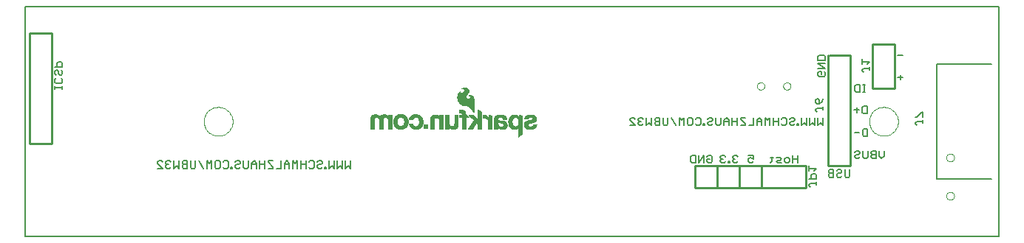
<source format=gbo>
G75*
G70*
%OFA0B0*%
%FSLAX24Y24*%
%IPPOS*%
%LPD*%
%AMOC8*
5,1,8,0,0,1.08239X$1,22.5*
%
%ADD10C,0.0100*%
%ADD11C,0.0060*%
%ADD12C,0.0080*%
%ADD13C,0.0000*%
%ADD14C,0.0050*%
%ADD15C,0.0010*%
%ADD16R,0.0195X0.0191*%
D10*
X000343Y004343D02*
X000343Y009343D01*
X001343Y009343D01*
X001343Y004343D01*
X000343Y004343D01*
X030343Y003343D02*
X030343Y002343D01*
X031343Y002343D01*
X031343Y003343D01*
X030343Y003343D01*
X031343Y003343D02*
X032343Y003343D01*
X032343Y002343D01*
X033343Y002343D01*
X033343Y003343D01*
X032343Y003343D01*
X033343Y003343D02*
X035343Y003343D01*
X035343Y002343D01*
X033343Y002343D01*
X032343Y002343D02*
X031343Y002343D01*
X036343Y003343D02*
X037343Y003343D01*
X037343Y008343D01*
X036393Y008343D01*
X036343Y008343D02*
X036343Y003343D01*
X038343Y006843D02*
X039343Y006843D01*
X039343Y008843D01*
X038343Y008843D01*
X038343Y006843D01*
D11*
X038013Y007013D02*
X037899Y007013D01*
X037956Y007013D02*
X037956Y006673D01*
X038013Y006673D02*
X037899Y006673D01*
X037767Y006673D02*
X037597Y006673D01*
X037540Y006729D01*
X037540Y006956D01*
X037597Y007013D01*
X037767Y007013D01*
X037767Y006673D01*
X036113Y006368D02*
X036056Y006254D01*
X035943Y006141D01*
X035943Y006311D01*
X035886Y006368D01*
X035829Y006368D01*
X035773Y006311D01*
X035773Y006198D01*
X035829Y006141D01*
X035943Y006141D01*
X036113Y006000D02*
X036113Y005886D01*
X036113Y005943D02*
X035829Y005943D01*
X035773Y005886D01*
X035773Y005829D01*
X035829Y005773D01*
X035886Y005513D02*
X035886Y005173D01*
X035999Y005286D01*
X036113Y005173D01*
X036113Y005513D01*
X035744Y005513D02*
X035744Y005173D01*
X035631Y005286D01*
X035518Y005173D01*
X035518Y005513D01*
X035376Y005513D02*
X035376Y005173D01*
X035263Y005286D01*
X035149Y005173D01*
X035149Y005513D01*
X034824Y005456D02*
X034824Y005400D01*
X034767Y005343D01*
X034654Y005343D01*
X034597Y005286D01*
X034597Y005229D01*
X034654Y005173D01*
X034767Y005173D01*
X034824Y005229D01*
X034951Y005229D02*
X034951Y005173D01*
X035008Y005173D01*
X035008Y005229D01*
X034951Y005229D01*
X034455Y005229D02*
X034399Y005173D01*
X034285Y005173D01*
X034228Y005229D01*
X034087Y005173D02*
X034087Y005513D01*
X034228Y005456D02*
X034285Y005513D01*
X034399Y005513D01*
X034455Y005456D01*
X034455Y005229D01*
X033860Y005173D02*
X033860Y005513D01*
X033719Y005513D02*
X033605Y005400D01*
X033492Y005513D01*
X033492Y005173D01*
X033350Y005173D02*
X033350Y005400D01*
X033237Y005513D01*
X033124Y005400D01*
X033124Y005173D01*
X032982Y005173D02*
X032755Y005173D01*
X032614Y005173D02*
X032387Y005173D01*
X032245Y005173D02*
X032245Y005513D01*
X032387Y005513D02*
X032387Y005456D01*
X032614Y005229D01*
X032614Y005173D01*
X032982Y005173D02*
X032982Y005513D01*
X033124Y005343D02*
X033350Y005343D01*
X033719Y005173D02*
X033719Y005513D01*
X033860Y005343D02*
X034087Y005343D01*
X034597Y005456D02*
X034654Y005513D01*
X034767Y005513D01*
X034824Y005456D01*
X032614Y005513D02*
X032387Y005513D01*
X032245Y005343D02*
X032019Y005343D01*
X031877Y005343D02*
X031650Y005343D01*
X031650Y005400D02*
X031650Y005173D01*
X031509Y005229D02*
X031452Y005173D01*
X031339Y005173D01*
X031282Y005229D01*
X031282Y005513D01*
X031141Y005456D02*
X031141Y005400D01*
X031084Y005343D01*
X030970Y005343D01*
X030914Y005286D01*
X030914Y005229D01*
X030970Y005173D01*
X031084Y005173D01*
X031141Y005229D01*
X031509Y005229D02*
X031509Y005513D01*
X031650Y005400D02*
X031764Y005513D01*
X031877Y005400D01*
X031877Y005173D01*
X032019Y005173D02*
X032019Y005513D01*
X031141Y005456D02*
X031084Y005513D01*
X030970Y005513D01*
X030914Y005456D01*
X030588Y005456D02*
X030588Y005229D01*
X030531Y005173D01*
X030418Y005173D01*
X030361Y005229D01*
X030220Y005229D02*
X030163Y005173D01*
X030050Y005173D01*
X029993Y005229D01*
X029993Y005456D01*
X030050Y005513D01*
X030163Y005513D01*
X030220Y005456D01*
X030220Y005229D01*
X029851Y005173D02*
X029851Y005513D01*
X029738Y005400D01*
X029625Y005513D01*
X029625Y005173D01*
X029483Y005173D02*
X029256Y005513D01*
X029115Y005513D02*
X029115Y005229D01*
X029058Y005173D01*
X028945Y005173D01*
X028888Y005229D01*
X028888Y005513D01*
X028747Y005513D02*
X028576Y005513D01*
X028520Y005456D01*
X028520Y005400D01*
X028576Y005343D01*
X028747Y005343D01*
X028747Y005173D02*
X028747Y005513D01*
X028576Y005343D02*
X028520Y005286D01*
X028520Y005229D01*
X028576Y005173D01*
X028747Y005173D01*
X028378Y005173D02*
X028265Y005286D01*
X028151Y005173D01*
X028151Y005513D01*
X028010Y005456D02*
X027953Y005513D01*
X027840Y005513D01*
X027783Y005456D01*
X027783Y005400D01*
X027840Y005343D01*
X027783Y005286D01*
X027783Y005229D01*
X027840Y005173D01*
X027953Y005173D01*
X028010Y005229D01*
X028378Y005173D02*
X028378Y005513D01*
X027897Y005343D02*
X027840Y005343D01*
X027642Y005456D02*
X027585Y005513D01*
X027472Y005513D01*
X027415Y005456D01*
X027415Y005400D01*
X027642Y005173D01*
X027415Y005173D01*
X030361Y005456D02*
X030418Y005513D01*
X030531Y005513D01*
X030588Y005456D01*
X030716Y005229D02*
X030716Y005173D01*
X030772Y005173D01*
X030772Y005229D01*
X030716Y005229D01*
X030744Y003813D02*
X030518Y003473D01*
X030518Y003813D01*
X030376Y003813D02*
X030206Y003813D01*
X030149Y003756D01*
X030149Y003529D01*
X030206Y003473D01*
X030376Y003473D01*
X030376Y003813D01*
X030744Y003813D02*
X030744Y003473D01*
X030886Y003529D02*
X030886Y003643D01*
X030999Y003643D01*
X030886Y003756D02*
X030943Y003813D01*
X031056Y003813D01*
X031113Y003756D01*
X031113Y003529D01*
X031056Y003473D01*
X030943Y003473D01*
X030886Y003529D01*
X031483Y003529D02*
X031540Y003473D01*
X031654Y003473D01*
X031710Y003529D01*
X031838Y003529D02*
X031838Y003473D01*
X031894Y003473D01*
X031894Y003529D01*
X031838Y003529D01*
X032036Y003529D02*
X032093Y003473D01*
X032206Y003473D01*
X032263Y003529D01*
X032149Y003643D02*
X032093Y003643D01*
X032036Y003586D01*
X032036Y003529D01*
X032093Y003643D02*
X032036Y003700D01*
X032036Y003756D01*
X032093Y003813D01*
X032206Y003813D01*
X032263Y003756D01*
X032736Y003813D02*
X032963Y003813D01*
X032963Y003643D01*
X032849Y003700D01*
X032793Y003700D01*
X032736Y003643D01*
X032736Y003529D01*
X032793Y003473D01*
X032906Y003473D01*
X032963Y003529D01*
X033744Y003473D02*
X033801Y003529D01*
X033801Y003756D01*
X033858Y003700D02*
X033744Y003700D01*
X033999Y003700D02*
X034169Y003700D01*
X034226Y003643D01*
X034169Y003586D01*
X034056Y003586D01*
X033999Y003529D01*
X034056Y003473D01*
X034226Y003473D01*
X034368Y003529D02*
X034424Y003473D01*
X034538Y003473D01*
X034594Y003529D01*
X034594Y003643D01*
X034538Y003700D01*
X034424Y003700D01*
X034368Y003643D01*
X034368Y003529D01*
X034736Y003473D02*
X034736Y003813D01*
X034736Y003643D02*
X034963Y003643D01*
X034963Y003473D02*
X034963Y003813D01*
X035473Y003336D02*
X035473Y003109D01*
X035473Y003223D02*
X035813Y003223D01*
X035700Y003109D01*
X035756Y002968D02*
X035643Y002968D01*
X035586Y002911D01*
X035586Y002741D01*
X035473Y002741D02*
X035813Y002741D01*
X035813Y002911D01*
X035756Y002968D01*
X036354Y002936D02*
X036354Y002879D01*
X036411Y002823D01*
X036581Y002823D01*
X036581Y003163D01*
X036411Y003163D01*
X036354Y003106D01*
X036354Y003050D01*
X036411Y002993D01*
X036581Y002993D01*
X036722Y002936D02*
X036722Y002879D01*
X036779Y002823D01*
X036893Y002823D01*
X036949Y002879D01*
X037091Y002879D02*
X037091Y003163D01*
X036949Y003106D02*
X036949Y003050D01*
X036893Y002993D01*
X036779Y002993D01*
X036722Y002936D01*
X036411Y002993D02*
X036354Y002936D01*
X037091Y002879D02*
X037147Y002823D01*
X037261Y002823D01*
X037318Y002879D01*
X037318Y003163D01*
X036949Y003106D02*
X036893Y003163D01*
X036779Y003163D01*
X036722Y003106D01*
X037531Y003729D02*
X037588Y003673D01*
X037701Y003673D01*
X037758Y003729D01*
X037701Y003843D02*
X037588Y003843D01*
X037531Y003786D01*
X037531Y003729D01*
X037701Y003843D02*
X037758Y003900D01*
X037758Y003956D01*
X037701Y004013D01*
X037588Y004013D01*
X037531Y003956D01*
X037899Y004013D02*
X037899Y003729D01*
X037956Y003673D01*
X038069Y003673D01*
X038126Y003729D01*
X038126Y004013D01*
X038268Y003956D02*
X038268Y003900D01*
X038324Y003843D01*
X038494Y003843D01*
X038636Y003786D02*
X038636Y004013D01*
X038494Y004013D02*
X038324Y004013D01*
X038268Y003956D01*
X038494Y004013D02*
X038494Y003673D01*
X038324Y003673D01*
X038268Y003729D01*
X038268Y003786D01*
X038324Y003843D01*
X038636Y003786D02*
X038749Y003673D01*
X038863Y003786D01*
X038863Y004013D01*
X038118Y004673D02*
X037948Y004673D01*
X037891Y004729D01*
X037891Y004956D01*
X037948Y005013D01*
X038118Y005013D01*
X038118Y004673D01*
X037749Y004843D02*
X037523Y004843D01*
X040273Y005229D02*
X040273Y005286D01*
X040329Y005343D01*
X040613Y005343D01*
X040613Y005286D02*
X040613Y005400D01*
X040613Y005541D02*
X040613Y005768D01*
X040556Y005768D01*
X040329Y005541D01*
X040273Y005541D01*
X040273Y005229D02*
X040329Y005173D01*
X038108Y005693D02*
X037938Y005693D01*
X037881Y005749D01*
X037881Y005976D01*
X037938Y006033D01*
X038108Y006033D01*
X038108Y005693D01*
X037739Y005863D02*
X037513Y005863D01*
X037626Y005976D02*
X037626Y005749D01*
X039599Y007229D02*
X039599Y007456D01*
X039486Y007343D02*
X039713Y007343D01*
X038213Y007686D02*
X038213Y007800D01*
X038213Y007743D02*
X037929Y007743D01*
X037873Y007686D01*
X037873Y007629D01*
X037929Y007573D01*
X037873Y007941D02*
X037873Y008168D01*
X037873Y008054D02*
X038213Y008054D01*
X038100Y007941D01*
X039486Y008343D02*
X039713Y008343D01*
X036213Y008279D02*
X036213Y008109D01*
X035873Y008109D01*
X035873Y008279D01*
X035929Y008336D01*
X036156Y008336D01*
X036213Y008279D01*
X036213Y007968D02*
X035873Y007968D01*
X036213Y007741D01*
X035873Y007741D01*
X035929Y007600D02*
X036043Y007600D01*
X036043Y007486D01*
X036156Y007373D02*
X035929Y007373D01*
X035873Y007429D01*
X035873Y007543D01*
X035929Y007600D01*
X036156Y007600D02*
X036213Y007543D01*
X036213Y007429D01*
X036156Y007373D01*
X031710Y003756D02*
X031654Y003813D01*
X031540Y003813D01*
X031483Y003756D01*
X031483Y003700D01*
X031540Y003643D01*
X031483Y003586D01*
X031483Y003529D01*
X031540Y003643D02*
X031597Y003643D01*
X035813Y002600D02*
X035813Y002486D01*
X035813Y002543D02*
X035529Y002543D01*
X035473Y002486D01*
X035473Y002429D01*
X035529Y002373D01*
X014813Y003223D02*
X014699Y003336D01*
X014586Y003223D01*
X014586Y003563D01*
X014444Y003563D02*
X014444Y003223D01*
X014331Y003336D01*
X014218Y003223D01*
X014218Y003563D01*
X014076Y003563D02*
X014076Y003223D01*
X013963Y003336D01*
X013849Y003223D01*
X013849Y003563D01*
X013524Y003506D02*
X013524Y003450D01*
X013467Y003393D01*
X013354Y003393D01*
X013297Y003336D01*
X013297Y003279D01*
X013354Y003223D01*
X013467Y003223D01*
X013524Y003279D01*
X013651Y003279D02*
X013651Y003223D01*
X013708Y003223D01*
X013708Y003279D01*
X013651Y003279D01*
X013155Y003279D02*
X013099Y003223D01*
X012985Y003223D01*
X012928Y003279D01*
X012787Y003223D02*
X012787Y003563D01*
X012928Y003506D02*
X012985Y003563D01*
X013099Y003563D01*
X013155Y003506D01*
X013155Y003279D01*
X012787Y003393D02*
X012560Y003393D01*
X012560Y003563D02*
X012560Y003223D01*
X012419Y003223D02*
X012419Y003563D01*
X012305Y003450D01*
X012192Y003563D01*
X012192Y003223D01*
X012050Y003223D02*
X012050Y003450D01*
X011937Y003563D01*
X011824Y003450D01*
X011824Y003223D01*
X011682Y003223D02*
X011455Y003223D01*
X011314Y003223D02*
X011087Y003223D01*
X010945Y003223D02*
X010945Y003563D01*
X011087Y003563D02*
X011087Y003506D01*
X011314Y003279D01*
X011314Y003223D01*
X011682Y003223D02*
X011682Y003563D01*
X011314Y003563D02*
X011087Y003563D01*
X010719Y003563D02*
X010719Y003223D01*
X010577Y003223D02*
X010577Y003450D01*
X010464Y003563D01*
X010350Y003450D01*
X010350Y003223D01*
X010209Y003279D02*
X010152Y003223D01*
X010039Y003223D01*
X009982Y003279D01*
X009982Y003563D01*
X009841Y003506D02*
X009784Y003563D01*
X009670Y003563D01*
X009614Y003506D01*
X009670Y003393D02*
X009614Y003336D01*
X009614Y003279D01*
X009670Y003223D01*
X009784Y003223D01*
X009841Y003279D01*
X009784Y003393D02*
X009670Y003393D01*
X009784Y003393D02*
X009841Y003450D01*
X009841Y003506D01*
X010209Y003563D02*
X010209Y003279D01*
X010350Y003393D02*
X010577Y003393D01*
X010719Y003393D02*
X010945Y003393D01*
X011824Y003393D02*
X012050Y003393D01*
X013297Y003506D02*
X013354Y003563D01*
X013467Y003563D01*
X013524Y003506D01*
X014813Y003563D02*
X014813Y003223D01*
X009472Y003223D02*
X009416Y003223D01*
X009416Y003279D01*
X009472Y003279D01*
X009472Y003223D01*
X009288Y003279D02*
X009231Y003223D01*
X009118Y003223D01*
X009061Y003279D01*
X008920Y003279D02*
X008863Y003223D01*
X008750Y003223D01*
X008693Y003279D01*
X008693Y003506D01*
X008750Y003563D01*
X008863Y003563D01*
X008920Y003506D01*
X008920Y003279D01*
X009288Y003279D02*
X009288Y003506D01*
X009231Y003563D01*
X009118Y003563D01*
X009061Y003506D01*
X008551Y003563D02*
X008438Y003450D01*
X008325Y003563D01*
X008325Y003223D01*
X008183Y003223D02*
X007956Y003563D01*
X007815Y003563D02*
X007815Y003279D01*
X007758Y003223D01*
X007645Y003223D01*
X007588Y003279D01*
X007588Y003563D01*
X007447Y003563D02*
X007276Y003563D01*
X007220Y003506D01*
X007220Y003450D01*
X007276Y003393D01*
X007447Y003393D01*
X007447Y003223D02*
X007447Y003563D01*
X007078Y003563D02*
X007078Y003223D01*
X006965Y003336D01*
X006851Y003223D01*
X006851Y003563D01*
X006710Y003506D02*
X006653Y003563D01*
X006540Y003563D01*
X006483Y003506D01*
X006483Y003450D01*
X006540Y003393D01*
X006483Y003336D01*
X006483Y003279D01*
X006540Y003223D01*
X006653Y003223D01*
X006710Y003279D01*
X006597Y003393D02*
X006540Y003393D01*
X006342Y003506D02*
X006285Y003563D01*
X006172Y003563D01*
X006115Y003506D01*
X006115Y003450D01*
X006342Y003223D01*
X006115Y003223D01*
X007220Y003279D02*
X007276Y003223D01*
X007447Y003223D01*
X007220Y003279D02*
X007220Y003336D01*
X007276Y003393D01*
X008551Y003223D02*
X008551Y003563D01*
X001813Y006822D02*
X001813Y006936D01*
X001813Y006879D02*
X001473Y006879D01*
X001473Y006822D02*
X001473Y006936D01*
X001529Y007068D02*
X001473Y007124D01*
X001473Y007238D01*
X001529Y007295D01*
X001529Y007436D02*
X001473Y007493D01*
X001473Y007606D01*
X001529Y007663D01*
X001586Y007663D01*
X001643Y007606D01*
X001643Y007493D01*
X001700Y007436D01*
X001756Y007436D01*
X001813Y007493D01*
X001813Y007606D01*
X001756Y007663D01*
X001813Y007804D02*
X001473Y007804D01*
X001586Y007804D02*
X001586Y007974D01*
X001643Y008031D01*
X001756Y008031D01*
X001813Y007974D01*
X001813Y007804D01*
X001756Y007295D02*
X001813Y007238D01*
X001813Y007124D01*
X001756Y007068D01*
X001529Y007068D01*
D12*
X000143Y010543D02*
X000143Y000143D01*
X044043Y000143D01*
X044043Y010543D01*
X000143Y010543D01*
D13*
X008193Y005343D02*
X008195Y005393D01*
X008201Y005443D01*
X008211Y005493D01*
X008224Y005541D01*
X008241Y005589D01*
X008262Y005635D01*
X008286Y005679D01*
X008314Y005721D01*
X008345Y005761D01*
X008379Y005798D01*
X008416Y005833D01*
X008455Y005864D01*
X008496Y005893D01*
X008540Y005918D01*
X008586Y005940D01*
X008633Y005958D01*
X008681Y005972D01*
X008730Y005983D01*
X008780Y005990D01*
X008830Y005993D01*
X008881Y005992D01*
X008931Y005987D01*
X008981Y005978D01*
X009029Y005966D01*
X009077Y005949D01*
X009123Y005929D01*
X009168Y005906D01*
X009211Y005879D01*
X009251Y005849D01*
X009289Y005816D01*
X009324Y005780D01*
X009357Y005741D01*
X009386Y005700D01*
X009412Y005657D01*
X009435Y005612D01*
X009454Y005565D01*
X009469Y005517D01*
X009481Y005468D01*
X009489Y005418D01*
X009493Y005368D01*
X009493Y005318D01*
X009489Y005268D01*
X009481Y005218D01*
X009469Y005169D01*
X009454Y005121D01*
X009435Y005074D01*
X009412Y005029D01*
X009386Y004986D01*
X009357Y004945D01*
X009324Y004906D01*
X009289Y004870D01*
X009251Y004837D01*
X009211Y004807D01*
X009168Y004780D01*
X009123Y004757D01*
X009077Y004737D01*
X009029Y004720D01*
X008981Y004708D01*
X008931Y004699D01*
X008881Y004694D01*
X008830Y004693D01*
X008780Y004696D01*
X008730Y004703D01*
X008681Y004714D01*
X008633Y004728D01*
X008586Y004746D01*
X008540Y004768D01*
X008496Y004793D01*
X008455Y004822D01*
X008416Y004853D01*
X008379Y004888D01*
X008345Y004925D01*
X008314Y004965D01*
X008286Y005007D01*
X008262Y005051D01*
X008241Y005097D01*
X008224Y005145D01*
X008211Y005193D01*
X008201Y005243D01*
X008195Y005293D01*
X008193Y005343D01*
X033135Y006943D02*
X033137Y006968D01*
X033143Y006993D01*
X033152Y007017D01*
X033165Y007039D01*
X033182Y007059D01*
X033201Y007076D01*
X033222Y007090D01*
X033246Y007100D01*
X033270Y007107D01*
X033296Y007110D01*
X033321Y007109D01*
X033346Y007104D01*
X033370Y007095D01*
X033393Y007083D01*
X033413Y007068D01*
X033431Y007049D01*
X033446Y007028D01*
X033457Y007005D01*
X033465Y006981D01*
X033469Y006956D01*
X033469Y006930D01*
X033465Y006905D01*
X033457Y006881D01*
X033446Y006858D01*
X033431Y006837D01*
X033413Y006818D01*
X033393Y006803D01*
X033370Y006791D01*
X033346Y006782D01*
X033321Y006777D01*
X033296Y006776D01*
X033270Y006779D01*
X033246Y006786D01*
X033222Y006796D01*
X033201Y006810D01*
X033182Y006827D01*
X033165Y006847D01*
X033152Y006869D01*
X033143Y006893D01*
X033137Y006918D01*
X033135Y006943D01*
X034316Y006943D02*
X034318Y006968D01*
X034324Y006993D01*
X034333Y007017D01*
X034346Y007039D01*
X034363Y007059D01*
X034382Y007076D01*
X034403Y007090D01*
X034427Y007100D01*
X034451Y007107D01*
X034477Y007110D01*
X034502Y007109D01*
X034527Y007104D01*
X034551Y007095D01*
X034574Y007083D01*
X034594Y007068D01*
X034612Y007049D01*
X034627Y007028D01*
X034638Y007005D01*
X034646Y006981D01*
X034650Y006956D01*
X034650Y006930D01*
X034646Y006905D01*
X034638Y006881D01*
X034627Y006858D01*
X034612Y006837D01*
X034594Y006818D01*
X034574Y006803D01*
X034551Y006791D01*
X034527Y006782D01*
X034502Y006777D01*
X034477Y006776D01*
X034451Y006779D01*
X034427Y006786D01*
X034403Y006796D01*
X034382Y006810D01*
X034363Y006827D01*
X034346Y006847D01*
X034333Y006869D01*
X034324Y006893D01*
X034318Y006918D01*
X034316Y006943D01*
X038193Y005343D02*
X038195Y005393D01*
X038201Y005443D01*
X038211Y005493D01*
X038224Y005541D01*
X038241Y005589D01*
X038262Y005635D01*
X038286Y005679D01*
X038314Y005721D01*
X038345Y005761D01*
X038379Y005798D01*
X038416Y005833D01*
X038455Y005864D01*
X038496Y005893D01*
X038540Y005918D01*
X038586Y005940D01*
X038633Y005958D01*
X038681Y005972D01*
X038730Y005983D01*
X038780Y005990D01*
X038830Y005993D01*
X038881Y005992D01*
X038931Y005987D01*
X038981Y005978D01*
X039029Y005966D01*
X039077Y005949D01*
X039123Y005929D01*
X039168Y005906D01*
X039211Y005879D01*
X039251Y005849D01*
X039289Y005816D01*
X039324Y005780D01*
X039357Y005741D01*
X039386Y005700D01*
X039412Y005657D01*
X039435Y005612D01*
X039454Y005565D01*
X039469Y005517D01*
X039481Y005468D01*
X039489Y005418D01*
X039493Y005368D01*
X039493Y005318D01*
X039489Y005268D01*
X039481Y005218D01*
X039469Y005169D01*
X039454Y005121D01*
X039435Y005074D01*
X039412Y005029D01*
X039386Y004986D01*
X039357Y004945D01*
X039324Y004906D01*
X039289Y004870D01*
X039251Y004837D01*
X039211Y004807D01*
X039168Y004780D01*
X039123Y004757D01*
X039077Y004737D01*
X039029Y004720D01*
X038981Y004708D01*
X038931Y004699D01*
X038881Y004694D01*
X038830Y004693D01*
X038780Y004696D01*
X038730Y004703D01*
X038681Y004714D01*
X038633Y004728D01*
X038586Y004746D01*
X038540Y004768D01*
X038496Y004793D01*
X038455Y004822D01*
X038416Y004853D01*
X038379Y004888D01*
X038345Y004925D01*
X038314Y004965D01*
X038286Y005007D01*
X038262Y005051D01*
X038241Y005097D01*
X038224Y005145D01*
X038211Y005193D01*
X038201Y005243D01*
X038195Y005293D01*
X038193Y005343D01*
X041666Y003709D02*
X041668Y003735D01*
X041674Y003761D01*
X041684Y003786D01*
X041697Y003809D01*
X041713Y003829D01*
X041733Y003847D01*
X041755Y003862D01*
X041778Y003874D01*
X041804Y003882D01*
X041830Y003886D01*
X041856Y003886D01*
X041882Y003882D01*
X041908Y003874D01*
X041932Y003862D01*
X041953Y003847D01*
X041973Y003829D01*
X041989Y003809D01*
X042002Y003786D01*
X042012Y003761D01*
X042018Y003735D01*
X042020Y003709D01*
X042018Y003683D01*
X042012Y003657D01*
X042002Y003632D01*
X041989Y003609D01*
X041973Y003589D01*
X041953Y003571D01*
X041931Y003556D01*
X041908Y003544D01*
X041882Y003536D01*
X041856Y003532D01*
X041830Y003532D01*
X041804Y003536D01*
X041778Y003544D01*
X041754Y003556D01*
X041733Y003571D01*
X041713Y003589D01*
X041697Y003609D01*
X041684Y003632D01*
X041674Y003657D01*
X041668Y003683D01*
X041666Y003709D01*
X041666Y001977D02*
X041668Y002003D01*
X041674Y002029D01*
X041684Y002054D01*
X041697Y002077D01*
X041713Y002097D01*
X041733Y002115D01*
X041755Y002130D01*
X041778Y002142D01*
X041804Y002150D01*
X041830Y002154D01*
X041856Y002154D01*
X041882Y002150D01*
X041908Y002142D01*
X041932Y002130D01*
X041953Y002115D01*
X041973Y002097D01*
X041989Y002077D01*
X042002Y002054D01*
X042012Y002029D01*
X042018Y002003D01*
X042020Y001977D01*
X042018Y001951D01*
X042012Y001925D01*
X042002Y001900D01*
X041989Y001877D01*
X041973Y001857D01*
X041953Y001839D01*
X041931Y001824D01*
X041908Y001812D01*
X041882Y001804D01*
X041856Y001800D01*
X041830Y001800D01*
X041804Y001804D01*
X041778Y001812D01*
X041754Y001824D01*
X041733Y001839D01*
X041713Y001857D01*
X041697Y001877D01*
X041684Y001900D01*
X041674Y001925D01*
X041668Y001951D01*
X041666Y001977D01*
D14*
X041243Y002743D02*
X043693Y002743D01*
X041243Y002743D02*
X041243Y007943D01*
X043693Y007943D01*
D15*
X023169Y005505D02*
X023174Y005460D01*
X023037Y005460D01*
X023036Y005452D02*
X023173Y005452D01*
X023174Y005460D02*
X023170Y005416D01*
X023164Y005396D01*
X023154Y005379D01*
X023141Y005364D01*
X023114Y005342D01*
X023084Y005326D01*
X023053Y005314D01*
X022910Y005280D01*
X022863Y005268D01*
X022819Y005249D01*
X022804Y005239D01*
X022793Y005226D01*
X022786Y005211D01*
X022782Y005194D01*
X022783Y005177D01*
X022788Y005160D01*
X022796Y005146D01*
X022809Y005134D01*
X022830Y005121D01*
X022853Y005113D01*
X022878Y005110D01*
X022931Y005110D01*
X022954Y005113D01*
X022978Y005122D01*
X022999Y005135D01*
X023041Y005135D01*
X023032Y005135D02*
X023169Y005135D01*
X023166Y005127D02*
X023014Y005127D01*
X023009Y005118D02*
X022969Y005118D01*
X022980Y005110D02*
X023157Y005110D01*
X023154Y005102D02*
X023137Y005082D01*
X023117Y005065D01*
X023070Y005035D01*
X023036Y005019D01*
X023000Y005011D01*
X022899Y005004D01*
X022846Y005005D01*
X022795Y005013D01*
X022755Y005024D01*
X022719Y005042D01*
X022719Y005041D02*
X023080Y005041D01*
X023066Y005033D02*
X022736Y005033D01*
X022719Y005042D02*
X022685Y005065D01*
X022657Y005095D01*
X022642Y005117D01*
X022631Y005141D01*
X022626Y005168D01*
X022623Y005209D01*
X022626Y005250D01*
X022640Y005290D01*
X022650Y005306D01*
X022836Y005306D01*
X022827Y005315D02*
X023056Y005315D01*
X023079Y005323D02*
X022841Y005323D01*
X022852Y005315D02*
X022658Y005315D01*
X022663Y005320D02*
X022690Y005340D01*
X022720Y005356D01*
X022785Y005380D01*
X022853Y005395D01*
X022933Y005411D01*
X022963Y005422D01*
X022991Y005439D01*
X023003Y005451D01*
X023011Y005467D01*
X023014Y005483D01*
X023011Y005499D01*
X023005Y005514D01*
X022995Y005525D01*
X022982Y005534D01*
X022964Y005540D01*
X022946Y005544D01*
X022912Y005545D01*
X022878Y005544D01*
X022857Y005540D01*
X022838Y005532D01*
X022821Y005521D01*
X022809Y005510D01*
X022800Y005496D01*
X022794Y005482D01*
X022791Y005471D01*
X022791Y005461D01*
X022638Y005461D01*
X022641Y005489D01*
X022722Y005540D01*
X022901Y005592D01*
X023066Y005549D01*
X023045Y005429D01*
X022872Y005326D01*
X022705Y005235D01*
X022748Y005107D01*
X022903Y005072D01*
X023188Y005213D01*
X022907Y005065D01*
X022745Y005101D01*
X022701Y005232D01*
X022708Y005246D01*
X023033Y005435D01*
X023052Y005543D01*
X022903Y005588D01*
X022737Y005535D01*
X022660Y005478D01*
X022641Y005492D01*
X022649Y005514D01*
X022663Y005545D01*
X022674Y005562D01*
X022688Y005578D01*
X022725Y005607D01*
X022769Y005629D01*
X022822Y005643D01*
X022877Y005649D01*
X022948Y005649D01*
X023004Y005643D01*
X023058Y005626D01*
X023109Y005601D01*
X023127Y005586D01*
X023143Y005568D01*
X023155Y005548D01*
X023169Y005505D01*
X023169Y005503D02*
X023045Y005503D01*
X023046Y005511D02*
X023167Y005511D01*
X023164Y005520D02*
X023048Y005520D01*
X023049Y005528D02*
X023161Y005528D01*
X023158Y005537D02*
X023051Y005537D01*
X023042Y005546D02*
X023155Y005546D01*
X023151Y005554D02*
X023014Y005554D01*
X023012Y005563D02*
X022801Y005563D01*
X022798Y005554D02*
X022669Y005554D01*
X022674Y005563D02*
X022824Y005563D01*
X022830Y005571D02*
X022979Y005571D01*
X022986Y005563D02*
X023146Y005563D01*
X023140Y005571D02*
X022957Y005571D01*
X022947Y005580D02*
X022859Y005580D01*
X022851Y005571D02*
X022682Y005571D01*
X022690Y005580D02*
X022878Y005580D01*
X022889Y005588D02*
X022914Y005588D01*
X022929Y005580D02*
X023133Y005580D01*
X023125Y005588D02*
X022701Y005588D01*
X022712Y005597D02*
X023114Y005597D01*
X023099Y005605D02*
X022723Y005605D01*
X022739Y005614D02*
X023083Y005614D01*
X023066Y005622D02*
X022756Y005622D01*
X022777Y005631D02*
X023043Y005631D01*
X023014Y005640D02*
X022808Y005640D01*
X022871Y005648D02*
X022953Y005648D01*
X022973Y005537D02*
X023064Y005537D01*
X023065Y005546D02*
X022742Y005546D01*
X022744Y005537D02*
X022659Y005537D01*
X022655Y005528D02*
X022728Y005528D01*
X022717Y005520D02*
X022651Y005520D01*
X022648Y005511D02*
X022705Y005511D01*
X022694Y005503D02*
X022645Y005503D01*
X022642Y005494D02*
X022682Y005494D01*
X022671Y005486D02*
X022649Y005486D01*
X022650Y005494D02*
X022799Y005494D01*
X022795Y005486D02*
X022640Y005486D01*
X022639Y005477D02*
X022793Y005477D01*
X022791Y005469D02*
X022639Y005469D01*
X022663Y005503D02*
X022804Y005503D01*
X022811Y005511D02*
X022677Y005511D01*
X022690Y005520D02*
X022820Y005520D01*
X022833Y005528D02*
X022704Y005528D01*
X022717Y005537D02*
X022851Y005537D01*
X022771Y005546D02*
X022663Y005546D01*
X022771Y005554D02*
X023045Y005554D01*
X023062Y005528D02*
X022990Y005528D01*
X022999Y005520D02*
X023061Y005520D01*
X023059Y005511D02*
X023006Y005511D01*
X023010Y005503D02*
X023058Y005503D01*
X023056Y005494D02*
X023012Y005494D01*
X023013Y005486D02*
X023055Y005486D01*
X023053Y005477D02*
X023013Y005477D01*
X023011Y005469D02*
X023052Y005469D01*
X023050Y005460D02*
X023007Y005460D01*
X023003Y005452D02*
X023049Y005452D01*
X023047Y005443D02*
X022995Y005443D01*
X022984Y005434D02*
X023046Y005434D01*
X023040Y005426D02*
X022970Y005426D01*
X022951Y005417D02*
X023026Y005417D01*
X023018Y005426D02*
X023171Y005426D01*
X023171Y005434D02*
X023032Y005434D01*
X023034Y005443D02*
X023172Y005443D01*
X023170Y005417D02*
X023003Y005417D01*
X023011Y005409D02*
X022924Y005409D01*
X022944Y005383D02*
X023156Y005383D01*
X023150Y005375D02*
X022929Y005375D01*
X022940Y005366D02*
X022748Y005366D01*
X022725Y005358D02*
X022925Y005358D01*
X022915Y005366D02*
X023143Y005366D01*
X023133Y005358D02*
X022900Y005358D01*
X022911Y005349D02*
X022707Y005349D01*
X022691Y005341D02*
X022897Y005341D01*
X022885Y005349D02*
X023122Y005349D01*
X023111Y005341D02*
X022871Y005341D01*
X022882Y005332D02*
X022679Y005332D01*
X022668Y005323D02*
X022868Y005323D01*
X022856Y005332D02*
X023096Y005332D01*
X023022Y005306D02*
X022812Y005306D01*
X022821Y005298D02*
X022645Y005298D01*
X022650Y005306D02*
X022663Y005320D01*
X022640Y005289D02*
X022805Y005289D01*
X022797Y005298D02*
X022986Y005298D01*
X022950Y005289D02*
X022783Y005289D01*
X022789Y005281D02*
X022637Y005281D01*
X022634Y005272D02*
X022774Y005272D01*
X022768Y005281D02*
X022914Y005281D01*
X022881Y005272D02*
X022753Y005272D01*
X022758Y005264D02*
X022631Y005264D01*
X022628Y005255D02*
X022742Y005255D01*
X022739Y005264D02*
X022854Y005264D01*
X022834Y005255D02*
X022724Y005255D01*
X022726Y005247D02*
X022626Y005247D01*
X022625Y005238D02*
X022711Y005238D01*
X022704Y005238D02*
X022804Y005238D01*
X022796Y005229D02*
X022701Y005229D01*
X022706Y005229D02*
X022625Y005229D01*
X022624Y005221D02*
X022709Y005221D01*
X022704Y005221D02*
X022791Y005221D01*
X022786Y005212D02*
X022707Y005212D01*
X022712Y005212D02*
X022623Y005212D01*
X022623Y005204D02*
X022715Y005204D01*
X022710Y005204D02*
X022784Y005204D01*
X022782Y005195D02*
X022713Y005195D01*
X022718Y005195D02*
X022624Y005195D01*
X022624Y005187D02*
X022721Y005187D01*
X022716Y005187D02*
X022782Y005187D01*
X022783Y005178D02*
X022719Y005178D01*
X022724Y005178D02*
X022625Y005178D01*
X022626Y005170D02*
X022726Y005170D01*
X022722Y005170D02*
X022785Y005170D01*
X022787Y005161D02*
X022724Y005161D01*
X022729Y005161D02*
X022627Y005161D01*
X022629Y005153D02*
X022732Y005153D01*
X022727Y005153D02*
X022792Y005153D01*
X022798Y005144D02*
X022730Y005144D01*
X022735Y005144D02*
X022631Y005144D01*
X022634Y005135D02*
X022738Y005135D01*
X022733Y005135D02*
X022807Y005135D01*
X022820Y005127D02*
X022736Y005127D01*
X022741Y005127D02*
X022637Y005127D01*
X022641Y005118D02*
X022744Y005118D01*
X022739Y005118D02*
X022837Y005118D01*
X022847Y005084D02*
X022667Y005084D01*
X022675Y005076D02*
X022885Y005076D01*
X022896Y005067D02*
X022911Y005067D01*
X022911Y005076D02*
X023130Y005076D01*
X023139Y005084D02*
X022928Y005084D01*
X022928Y005076D02*
X022857Y005076D01*
X022876Y005110D02*
X022742Y005110D01*
X022747Y005110D02*
X022646Y005110D01*
X022652Y005101D02*
X022772Y005101D01*
X022780Y005093D02*
X022960Y005093D01*
X022963Y005101D02*
X023153Y005101D01*
X023154Y005102D02*
X023166Y005126D01*
X023183Y005176D01*
X023187Y005199D01*
X023188Y005213D01*
X023036Y005213D01*
X023036Y005211D01*
X023034Y005190D01*
X023028Y005171D01*
X023018Y005154D01*
X022999Y005135D01*
X023008Y005144D02*
X023057Y005144D01*
X023049Y005144D02*
X023172Y005144D01*
X023175Y005153D02*
X023066Y005153D01*
X023074Y005153D02*
X023017Y005153D01*
X023022Y005161D02*
X023090Y005161D01*
X023083Y005161D02*
X023178Y005161D01*
X023181Y005170D02*
X023101Y005170D01*
X023106Y005170D02*
X023028Y005170D01*
X023031Y005178D02*
X023122Y005178D01*
X023118Y005178D02*
X023183Y005178D01*
X023185Y005187D02*
X023135Y005187D01*
X023138Y005187D02*
X023033Y005187D01*
X023035Y005195D02*
X023155Y005195D01*
X023152Y005195D02*
X023186Y005195D01*
X023187Y005204D02*
X023170Y005204D01*
X023171Y005204D02*
X023035Y005204D01*
X023036Y005212D02*
X023187Y005212D01*
X023188Y005212D01*
X023162Y005118D02*
X022997Y005118D01*
X022992Y005110D02*
X022932Y005110D01*
X022945Y005093D02*
X023146Y005093D01*
X023120Y005067D02*
X022684Y005067D01*
X022695Y005059D02*
X023107Y005059D01*
X023094Y005050D02*
X022707Y005050D01*
X022754Y005024D02*
X023048Y005024D01*
X023022Y005016D02*
X022783Y005016D01*
X022833Y005007D02*
X022951Y005007D01*
X022944Y005084D02*
X022819Y005084D01*
X022809Y005093D02*
X022659Y005093D01*
X022744Y005101D02*
X022976Y005101D01*
X022986Y005127D02*
X023025Y005127D01*
X022816Y005247D02*
X022709Y005247D01*
X022771Y005375D02*
X022954Y005375D01*
X022968Y005383D02*
X022801Y005383D01*
X022839Y005392D02*
X022983Y005392D01*
X022974Y005400D02*
X023165Y005400D01*
X023161Y005392D02*
X022959Y005392D01*
X022988Y005409D02*
X023168Y005409D01*
X023173Y005469D02*
X023039Y005469D01*
X023040Y005477D02*
X023172Y005477D01*
X023171Y005486D02*
X023042Y005486D01*
X023043Y005494D02*
X023170Y005494D01*
X022997Y005400D02*
X022881Y005400D01*
X022541Y005400D02*
X022381Y005400D01*
X022383Y005392D02*
X022541Y005392D01*
X022541Y005383D02*
X022384Y005383D01*
X022385Y005376D02*
X022384Y005275D01*
X022379Y005244D01*
X022370Y005217D01*
X022370Y005215D01*
X022370Y005214D01*
X022371Y005213D01*
X022373Y005213D01*
X022378Y005213D01*
X022378Y005091D01*
X022378Y004650D01*
X022541Y004797D01*
X022541Y005604D01*
X022541Y005607D01*
X022388Y005636D01*
X022389Y005557D01*
X022386Y005554D01*
X022541Y005554D01*
X022541Y005546D02*
X021982Y005546D01*
X021980Y005543D02*
X021957Y005502D01*
X021930Y005419D01*
X021919Y005332D01*
X022082Y005332D01*
X022082Y005341D02*
X021920Y005341D01*
X021921Y005349D02*
X022082Y005349D01*
X022082Y005358D02*
X021922Y005358D01*
X021923Y005366D02*
X022082Y005366D01*
X022082Y005375D02*
X021925Y005375D01*
X021926Y005383D02*
X022083Y005383D01*
X022082Y005379D02*
X022089Y005418D01*
X022106Y005454D01*
X022130Y005486D01*
X022161Y005512D01*
X022181Y005522D01*
X022204Y005529D01*
X022227Y005531D01*
X022270Y005529D01*
X022285Y005526D01*
X022300Y005519D01*
X022329Y005496D01*
X022353Y005469D01*
X022541Y005469D01*
X022541Y005477D02*
X022345Y005477D01*
X022353Y005469D02*
X022369Y005440D01*
X022380Y005409D01*
X022541Y005409D01*
X022541Y005417D02*
X022377Y005417D01*
X022380Y005409D02*
X022385Y005376D01*
X022385Y005375D02*
X022541Y005375D01*
X022541Y005366D02*
X022385Y005366D01*
X022385Y005358D02*
X022541Y005358D01*
X022541Y005349D02*
X022384Y005349D01*
X022384Y005341D02*
X022541Y005341D01*
X022541Y005332D02*
X022384Y005332D01*
X022384Y005323D02*
X022541Y005323D01*
X022541Y005315D02*
X022384Y005315D01*
X022384Y005306D02*
X022541Y005306D01*
X022541Y005298D02*
X022384Y005298D01*
X022384Y005289D02*
X022541Y005289D01*
X022541Y005281D02*
X022384Y005281D01*
X022383Y005272D02*
X022541Y005272D01*
X022541Y005264D02*
X022382Y005264D01*
X022381Y005255D02*
X022541Y005255D01*
X022541Y005247D02*
X022379Y005247D01*
X022377Y005238D02*
X022541Y005238D01*
X022541Y005229D02*
X022374Y005229D01*
X022371Y005221D02*
X022541Y005221D01*
X022541Y005212D02*
X022378Y005212D01*
X022378Y005204D02*
X022541Y005204D01*
X022541Y005195D02*
X022378Y005195D01*
X022378Y005187D02*
X022541Y005187D01*
X022541Y005178D02*
X022378Y005178D01*
X022378Y005170D02*
X022541Y005170D01*
X022541Y005161D02*
X022378Y005161D01*
X022378Y005153D02*
X022541Y005153D01*
X022541Y005144D02*
X022378Y005144D01*
X022378Y005135D02*
X022541Y005135D01*
X022541Y005127D02*
X022378Y005127D01*
X022378Y005118D02*
X022541Y005118D01*
X022541Y005110D02*
X022378Y005110D01*
X022378Y005101D02*
X022541Y005101D01*
X022541Y005093D02*
X022378Y005093D01*
X022378Y005084D02*
X022541Y005084D01*
X022541Y005076D02*
X022378Y005076D01*
X022378Y005067D02*
X022541Y005067D01*
X022541Y005059D02*
X022378Y005059D01*
X022378Y005050D02*
X022541Y005050D01*
X022541Y005041D02*
X022378Y005041D01*
X022378Y005033D02*
X022541Y005033D01*
X022541Y005024D02*
X022378Y005024D01*
X022378Y005016D02*
X022541Y005016D01*
X022541Y005007D02*
X022378Y005007D01*
X022378Y004999D02*
X022541Y004999D01*
X022541Y004990D02*
X022378Y004990D01*
X022378Y004982D02*
X022541Y004982D01*
X022541Y004973D02*
X022378Y004973D01*
X022378Y004965D02*
X022541Y004965D01*
X022541Y004956D02*
X022378Y004956D01*
X022378Y004948D02*
X022541Y004948D01*
X022541Y004939D02*
X022378Y004939D01*
X022378Y004930D02*
X022541Y004930D01*
X022541Y004922D02*
X022378Y004922D01*
X022378Y004913D02*
X022541Y004913D01*
X022541Y004905D02*
X022378Y004905D01*
X022378Y004896D02*
X022541Y004896D01*
X022541Y004888D02*
X022378Y004888D01*
X022378Y004879D02*
X022541Y004879D01*
X022541Y004871D02*
X022378Y004871D01*
X022378Y004862D02*
X022541Y004862D01*
X022541Y004854D02*
X022378Y004854D01*
X022378Y004845D02*
X022541Y004845D01*
X022541Y004836D02*
X022378Y004836D01*
X022378Y004828D02*
X022541Y004828D01*
X022541Y004819D02*
X022378Y004819D01*
X022378Y004811D02*
X022541Y004811D01*
X022541Y004802D02*
X022378Y004802D01*
X022378Y004794D02*
X022537Y004794D01*
X022528Y004785D02*
X022378Y004785D01*
X022378Y004777D02*
X022518Y004777D01*
X022509Y004768D02*
X022378Y004768D01*
X022378Y004760D02*
X022499Y004760D01*
X022490Y004751D02*
X022378Y004751D01*
X022378Y004742D02*
X022481Y004742D01*
X022471Y004734D02*
X022378Y004734D01*
X022378Y004725D02*
X022462Y004725D01*
X022452Y004717D02*
X022378Y004717D01*
X022378Y004708D02*
X022443Y004708D01*
X022433Y004700D02*
X022378Y004700D01*
X022378Y004691D02*
X022424Y004691D01*
X022414Y004683D02*
X022378Y004683D01*
X022378Y004674D02*
X022405Y004674D01*
X022395Y004666D02*
X022378Y004666D01*
X022378Y004657D02*
X022386Y004657D01*
X022275Y005016D02*
X022105Y005016D01*
X022115Y005013D02*
X022162Y005005D01*
X022211Y005005D01*
X022259Y005011D01*
X022292Y005021D01*
X022322Y005038D01*
X022348Y005061D01*
X022369Y005090D01*
X022369Y005207D01*
X022366Y005210D01*
X022366Y005208D01*
X022365Y005204D01*
X022369Y005204D01*
X022365Y005204D02*
X022363Y005201D01*
X022361Y005198D01*
X022349Y005175D01*
X022332Y005156D01*
X022311Y005141D01*
X022283Y005129D01*
X022254Y005123D01*
X022217Y005122D01*
X022181Y005130D01*
X022150Y005144D01*
X021956Y005144D01*
X021958Y005139D02*
X021989Y005093D01*
X022369Y005093D01*
X022369Y005101D02*
X021983Y005101D01*
X021989Y005093D02*
X022015Y005065D01*
X022045Y005042D01*
X022079Y005024D01*
X022115Y005013D01*
X022149Y005007D02*
X022232Y005007D01*
X022298Y005024D02*
X022078Y005024D01*
X022062Y005033D02*
X022313Y005033D01*
X022326Y005041D02*
X022045Y005041D01*
X022034Y005050D02*
X022335Y005050D01*
X022345Y005059D02*
X022023Y005059D01*
X022012Y005067D02*
X022352Y005067D01*
X022358Y005076D02*
X022004Y005076D01*
X021997Y005084D02*
X022365Y005084D01*
X022369Y005110D02*
X021977Y005110D01*
X021972Y005118D02*
X022369Y005118D01*
X022369Y005127D02*
X022274Y005127D01*
X022299Y005135D02*
X022369Y005135D01*
X022369Y005144D02*
X022315Y005144D01*
X022327Y005153D02*
X022369Y005153D01*
X022369Y005161D02*
X022336Y005161D01*
X022344Y005170D02*
X022369Y005170D01*
X022369Y005178D02*
X022350Y005178D01*
X022355Y005187D02*
X022369Y005187D01*
X022369Y005195D02*
X022359Y005195D01*
X022194Y005127D02*
X021966Y005127D01*
X021961Y005135D02*
X022168Y005135D01*
X022150Y005144D02*
X022125Y005165D01*
X022105Y005192D01*
X022094Y005223D01*
X022082Y005300D01*
X022082Y005379D01*
X022084Y005392D02*
X021927Y005392D01*
X021928Y005400D02*
X022086Y005400D01*
X022088Y005409D02*
X021929Y005409D01*
X021930Y005417D02*
X022089Y005417D01*
X022093Y005426D02*
X021933Y005426D01*
X021935Y005434D02*
X022097Y005434D01*
X022101Y005443D02*
X021938Y005443D01*
X021941Y005452D02*
X022104Y005452D01*
X022110Y005460D02*
X021943Y005460D01*
X021946Y005469D02*
X022117Y005469D01*
X022123Y005477D02*
X021949Y005477D01*
X021952Y005486D02*
X022130Y005486D01*
X022140Y005494D02*
X021954Y005494D01*
X021957Y005503D02*
X022150Y005503D01*
X022160Y005511D02*
X021962Y005511D01*
X021967Y005520D02*
X022177Y005520D01*
X022202Y005528D02*
X021972Y005528D01*
X021976Y005537D02*
X022541Y005537D01*
X022541Y005528D02*
X022271Y005528D01*
X022297Y005520D02*
X022541Y005520D01*
X022541Y005511D02*
X022309Y005511D01*
X022320Y005503D02*
X022541Y005503D01*
X022541Y005494D02*
X022330Y005494D01*
X022338Y005486D02*
X022541Y005486D01*
X022541Y005460D02*
X022358Y005460D01*
X022363Y005452D02*
X022541Y005452D01*
X022541Y005443D02*
X022368Y005443D01*
X022371Y005434D02*
X022541Y005434D01*
X022541Y005426D02*
X022374Y005426D01*
X022384Y005553D02*
X022375Y005563D01*
X021997Y005563D01*
X022005Y005571D02*
X022367Y005571D01*
X022375Y005563D02*
X022340Y005601D01*
X022326Y005613D01*
X022311Y005622D01*
X022259Y005643D01*
X022240Y005647D01*
X022162Y005648D01*
X022119Y005640D01*
X022079Y005625D01*
X022043Y005603D01*
X022011Y005578D01*
X021980Y005543D01*
X021990Y005554D02*
X022382Y005554D01*
X022384Y005553D02*
X022386Y005554D01*
X022389Y005563D02*
X022541Y005563D01*
X022541Y005571D02*
X022388Y005571D01*
X022388Y005580D02*
X022541Y005580D01*
X022541Y005588D02*
X022388Y005588D01*
X022388Y005597D02*
X022541Y005597D01*
X022541Y005605D02*
X022388Y005605D01*
X022388Y005614D02*
X022503Y005614D01*
X022458Y005622D02*
X022388Y005622D01*
X022388Y005631D02*
X022412Y005631D01*
X022359Y005580D02*
X022013Y005580D01*
X022024Y005588D02*
X022351Y005588D01*
X022343Y005597D02*
X022035Y005597D01*
X022046Y005605D02*
X022334Y005605D01*
X022324Y005614D02*
X022061Y005614D01*
X022075Y005622D02*
X022309Y005622D01*
X022288Y005631D02*
X022095Y005631D01*
X022117Y005640D02*
X022266Y005640D01*
X021836Y005486D02*
X021667Y005486D01*
X021665Y005491D02*
X021653Y005509D01*
X021637Y005524D01*
X021618Y005535D01*
X021595Y005541D01*
X021571Y005544D01*
X021517Y005542D01*
X021501Y005539D01*
X021487Y005534D01*
X021474Y005526D01*
X021463Y005516D01*
X021455Y005504D01*
X021449Y005491D01*
X021444Y005469D01*
X021444Y005447D01*
X021449Y005426D01*
X021284Y005426D01*
X021284Y005434D02*
X021447Y005434D01*
X021449Y005426D02*
X021451Y005421D01*
X021454Y005417D01*
X021466Y005406D01*
X021483Y005395D01*
X021503Y005389D01*
X021555Y005380D01*
X021642Y005371D01*
X021702Y005360D01*
X021761Y005341D01*
X021788Y005326D01*
X021812Y005307D01*
X021832Y005283D01*
X021849Y005249D01*
X021857Y005212D01*
X021857Y005170D01*
X021849Y005129D01*
X021835Y005090D01*
X021823Y005071D01*
X021808Y005054D01*
X021791Y005041D01*
X021741Y005017D01*
X021687Y005005D01*
X021622Y005003D01*
X021559Y005013D01*
X021518Y005027D01*
X021480Y005048D01*
X021448Y005076D01*
X021826Y005076D01*
X021831Y005084D02*
X021280Y005084D01*
X021280Y005078D02*
X021284Y005132D01*
X021283Y005303D01*
X021444Y005303D01*
X021444Y005270D01*
X021446Y005226D01*
X021455Y005184D01*
X021457Y005177D01*
X021461Y005166D01*
X021468Y005157D01*
X021498Y005128D01*
X021510Y005120D01*
X021524Y005115D01*
X021566Y005109D01*
X021627Y005111D01*
X021646Y005115D01*
X021664Y005123D01*
X021679Y005136D01*
X021687Y005146D01*
X021693Y005159D01*
X021696Y005172D01*
X021696Y005196D01*
X021692Y005219D01*
X021683Y005242D01*
X021674Y005254D01*
X021663Y005265D01*
X021643Y005276D01*
X021622Y005284D01*
X021600Y005289D01*
X021543Y005295D01*
X021504Y005301D01*
X021466Y005313D01*
X021458Y005317D01*
X021451Y005323D01*
X021446Y005331D01*
X021444Y005331D01*
X021444Y005307D01*
X021284Y005307D01*
X021284Y005497D01*
X021287Y005526D01*
X021298Y005553D01*
X021315Y005577D01*
X021337Y005596D01*
X021388Y005623D01*
X021444Y005640D01*
X021512Y005649D01*
X021581Y005649D01*
X021650Y005641D01*
X021698Y005627D01*
X021744Y005607D01*
X021776Y005584D01*
X021803Y005555D01*
X021823Y005522D01*
X021836Y005485D01*
X021842Y005446D01*
X021843Y005447D01*
X021678Y005447D01*
X021676Y005447D01*
X021676Y005449D01*
X021673Y005470D01*
X021665Y005491D01*
X021663Y005494D02*
X021833Y005494D01*
X021830Y005503D02*
X021658Y005503D01*
X021651Y005511D02*
X021827Y005511D01*
X021824Y005520D02*
X021642Y005520D01*
X021629Y005528D02*
X021819Y005528D01*
X021814Y005537D02*
X021610Y005537D01*
X021671Y005477D02*
X021837Y005477D01*
X021839Y005469D02*
X021673Y005469D01*
X021674Y005460D02*
X021840Y005460D01*
X021841Y005452D02*
X021675Y005452D01*
X021667Y005366D02*
X021284Y005366D01*
X021284Y005358D02*
X021709Y005358D01*
X021735Y005349D02*
X021284Y005349D01*
X021284Y005341D02*
X021761Y005341D01*
X021777Y005332D02*
X021284Y005332D01*
X021284Y005323D02*
X021444Y005323D01*
X021450Y005323D02*
X021792Y005323D01*
X021802Y005315D02*
X021461Y005315D01*
X021444Y005315D02*
X021284Y005315D01*
X021283Y005298D02*
X021444Y005298D01*
X021444Y005289D02*
X021283Y005289D01*
X021283Y005281D02*
X021444Y005281D01*
X021444Y005272D02*
X021283Y005272D01*
X021283Y005264D02*
X021444Y005264D01*
X021445Y005255D02*
X021283Y005255D01*
X021283Y005247D02*
X021445Y005247D01*
X021446Y005238D02*
X021283Y005238D01*
X021283Y005229D02*
X021446Y005229D01*
X021447Y005221D02*
X021283Y005221D01*
X021283Y005212D02*
X021449Y005212D01*
X021451Y005204D02*
X021283Y005204D01*
X021283Y005195D02*
X021452Y005195D01*
X021454Y005187D02*
X021283Y005187D01*
X021283Y005178D02*
X021456Y005178D01*
X021460Y005170D02*
X021283Y005170D01*
X021284Y005161D02*
X021465Y005161D01*
X021472Y005153D02*
X021284Y005153D01*
X021284Y005144D02*
X021481Y005144D01*
X021490Y005135D02*
X021284Y005135D01*
X021283Y005127D02*
X021499Y005127D01*
X021514Y005118D02*
X021283Y005118D01*
X021282Y005110D02*
X021557Y005110D01*
X021602Y005110D02*
X021842Y005110D01*
X021845Y005118D02*
X021653Y005118D01*
X021668Y005127D02*
X021849Y005127D01*
X021851Y005135D02*
X021678Y005135D01*
X021685Y005144D02*
X021852Y005144D01*
X021854Y005153D02*
X021690Y005153D01*
X021693Y005161D02*
X021855Y005161D01*
X021857Y005170D02*
X021695Y005170D01*
X021696Y005178D02*
X021857Y005178D01*
X021857Y005187D02*
X021696Y005187D01*
X021696Y005195D02*
X021857Y005195D01*
X021857Y005204D02*
X021695Y005204D01*
X021693Y005212D02*
X021857Y005212D01*
X021855Y005221D02*
X021691Y005221D01*
X021688Y005229D02*
X021853Y005229D01*
X021851Y005238D02*
X021684Y005238D01*
X021679Y005247D02*
X021849Y005247D01*
X021845Y005255D02*
X021673Y005255D01*
X021664Y005264D02*
X021841Y005264D01*
X021837Y005272D02*
X021650Y005272D01*
X021632Y005281D02*
X021833Y005281D01*
X021826Y005289D02*
X021594Y005289D01*
X021524Y005298D02*
X021819Y005298D01*
X021812Y005306D02*
X021487Y005306D01*
X021494Y005392D02*
X021284Y005392D01*
X021284Y005400D02*
X021475Y005400D01*
X021462Y005409D02*
X021284Y005409D01*
X021284Y005417D02*
X021453Y005417D01*
X021445Y005443D02*
X021284Y005443D01*
X021284Y005452D02*
X021444Y005452D01*
X021444Y005460D02*
X021284Y005460D01*
X021284Y005469D02*
X021444Y005469D01*
X021446Y005477D02*
X021284Y005477D01*
X021284Y005486D02*
X021448Y005486D01*
X021450Y005494D02*
X021284Y005494D01*
X021284Y005503D02*
X021454Y005503D01*
X021460Y005511D02*
X021285Y005511D01*
X021287Y005520D02*
X021467Y005520D01*
X021478Y005528D02*
X021288Y005528D01*
X021292Y005537D02*
X021496Y005537D01*
X021507Y005648D02*
X021589Y005648D01*
X021654Y005640D02*
X021443Y005640D01*
X021415Y005631D02*
X021685Y005631D01*
X021709Y005622D02*
X021387Y005622D01*
X021371Y005614D02*
X021728Y005614D01*
X021746Y005605D02*
X021355Y005605D01*
X021339Y005597D02*
X021758Y005597D01*
X021770Y005588D02*
X021328Y005588D01*
X021318Y005580D02*
X021780Y005580D01*
X021788Y005571D02*
X021311Y005571D01*
X021305Y005563D02*
X021796Y005563D01*
X021804Y005554D02*
X021299Y005554D01*
X021295Y005546D02*
X021809Y005546D01*
X021603Y005375D02*
X021284Y005375D01*
X021284Y005383D02*
X021534Y005383D01*
X021176Y005383D02*
X021004Y005383D01*
X021006Y005375D02*
X021176Y005375D01*
X021176Y005366D02*
X021008Y005366D01*
X021010Y005361D02*
X021013Y005327D01*
X021013Y005019D01*
X021177Y005019D01*
X021176Y005605D01*
X021024Y005632D01*
X021024Y005519D01*
X021020Y005517D01*
X021014Y005519D01*
X021006Y005531D01*
X020979Y005572D01*
X020966Y005587D01*
X020951Y005599D01*
X020916Y005622D01*
X020892Y005636D01*
X020865Y005644D01*
X020838Y005648D01*
X020784Y005645D01*
X020784Y005493D01*
X020785Y005493D01*
X020791Y005494D01*
X020815Y005499D01*
X020876Y005499D01*
X020898Y005495D01*
X020919Y005488D01*
X020939Y005477D01*
X020966Y005454D01*
X020987Y005426D01*
X021176Y005426D01*
X021176Y005434D02*
X020980Y005434D01*
X020974Y005443D02*
X021176Y005443D01*
X021176Y005452D02*
X020968Y005452D01*
X020958Y005460D02*
X021176Y005460D01*
X021176Y005469D02*
X020948Y005469D01*
X020938Y005477D02*
X021176Y005477D01*
X021176Y005486D02*
X020922Y005486D01*
X020900Y005494D02*
X021176Y005494D01*
X021176Y005503D02*
X020784Y005503D01*
X020784Y005511D02*
X021176Y005511D01*
X021176Y005520D02*
X021024Y005520D01*
X021024Y005528D02*
X021176Y005528D01*
X021176Y005537D02*
X021024Y005537D01*
X021024Y005546D02*
X021176Y005546D01*
X021176Y005554D02*
X021024Y005554D01*
X021024Y005563D02*
X021176Y005563D01*
X021176Y005571D02*
X021024Y005571D01*
X021024Y005580D02*
X021176Y005580D01*
X021176Y005588D02*
X021024Y005588D01*
X021024Y005597D02*
X021176Y005597D01*
X021172Y005605D02*
X021024Y005605D01*
X021024Y005614D02*
X021124Y005614D01*
X021076Y005622D02*
X021024Y005622D01*
X021024Y005631D02*
X021028Y005631D01*
X020972Y005580D02*
X020784Y005580D01*
X020784Y005588D02*
X020964Y005588D01*
X020953Y005597D02*
X020784Y005597D01*
X020784Y005605D02*
X020941Y005605D01*
X020928Y005614D02*
X020784Y005614D01*
X020784Y005622D02*
X020914Y005622D01*
X020900Y005631D02*
X020784Y005631D01*
X020784Y005640D02*
X020880Y005640D01*
X020784Y005571D02*
X020979Y005571D01*
X020985Y005563D02*
X020784Y005563D01*
X020784Y005554D02*
X020990Y005554D01*
X020996Y005546D02*
X020784Y005546D01*
X020784Y005537D02*
X021002Y005537D01*
X021007Y005528D02*
X020784Y005528D01*
X020784Y005520D02*
X021013Y005520D01*
X020987Y005426D02*
X021002Y005394D01*
X021010Y005361D01*
X021010Y005358D02*
X021176Y005358D01*
X021176Y005349D02*
X021011Y005349D01*
X021011Y005341D02*
X021176Y005341D01*
X021176Y005332D02*
X021012Y005332D01*
X021013Y005323D02*
X021176Y005323D01*
X021176Y005315D02*
X021013Y005315D01*
X021013Y005306D02*
X021176Y005306D01*
X021176Y005298D02*
X021013Y005298D01*
X021013Y005289D02*
X021176Y005289D01*
X021176Y005281D02*
X021013Y005281D01*
X021013Y005272D02*
X021176Y005272D01*
X021176Y005264D02*
X021013Y005264D01*
X021013Y005255D02*
X021176Y005255D01*
X021176Y005247D02*
X021013Y005247D01*
X021013Y005238D02*
X021176Y005238D01*
X021176Y005229D02*
X021013Y005229D01*
X021013Y005221D02*
X021176Y005221D01*
X021176Y005212D02*
X021013Y005212D01*
X021013Y005204D02*
X021176Y005204D01*
X021176Y005195D02*
X021013Y005195D01*
X021013Y005187D02*
X021176Y005187D01*
X021176Y005178D02*
X021013Y005178D01*
X021013Y005170D02*
X021176Y005170D01*
X021176Y005161D02*
X021013Y005161D01*
X021013Y005153D02*
X021176Y005153D01*
X021176Y005144D02*
X021013Y005144D01*
X021013Y005135D02*
X021176Y005135D01*
X021177Y005127D02*
X021013Y005127D01*
X021013Y005118D02*
X021177Y005118D01*
X021177Y005110D02*
X021013Y005110D01*
X021013Y005101D02*
X021177Y005101D01*
X021177Y005093D02*
X021013Y005093D01*
X021013Y005084D02*
X021177Y005084D01*
X021177Y005076D02*
X021013Y005076D01*
X021013Y005067D02*
X021177Y005067D01*
X021177Y005059D02*
X021013Y005059D01*
X021013Y005050D02*
X021177Y005050D01*
X021177Y005041D02*
X021013Y005041D01*
X021013Y005033D02*
X021177Y005033D01*
X021177Y005024D02*
X021013Y005024D01*
X021263Y005019D02*
X021266Y005027D01*
X021280Y005078D01*
X021279Y005076D02*
X021439Y005076D01*
X021439Y005075D02*
X021438Y005073D01*
X021429Y005032D01*
X021426Y005021D01*
X021425Y005019D01*
X021423Y005019D01*
X021422Y005019D01*
X021263Y005019D01*
X021265Y005024D02*
X021427Y005024D01*
X021429Y005033D02*
X021267Y005033D01*
X021270Y005041D02*
X021431Y005041D01*
X021433Y005050D02*
X021272Y005050D01*
X021274Y005059D02*
X021435Y005059D01*
X021436Y005067D02*
X021277Y005067D01*
X021281Y005093D02*
X021836Y005093D01*
X021839Y005101D02*
X021281Y005101D01*
X021439Y005075D02*
X021441Y005077D01*
X021443Y005077D01*
X021446Y005077D01*
X021448Y005076D01*
X021458Y005067D02*
X021820Y005067D01*
X021812Y005059D02*
X021468Y005059D01*
X021478Y005050D02*
X021803Y005050D01*
X021792Y005041D02*
X021492Y005041D01*
X021507Y005033D02*
X021775Y005033D01*
X021757Y005024D02*
X021524Y005024D01*
X021549Y005016D02*
X021737Y005016D01*
X021698Y005007D02*
X021595Y005007D01*
X021949Y005161D02*
X022129Y005161D01*
X022121Y005170D02*
X021945Y005170D01*
X021942Y005178D02*
X022115Y005178D01*
X022109Y005187D02*
X021938Y005187D01*
X021936Y005191D02*
X021958Y005139D01*
X021953Y005153D02*
X022140Y005153D01*
X022104Y005195D02*
X021935Y005195D01*
X021936Y005191D02*
X021924Y005245D01*
X021919Y005332D01*
X021919Y005323D02*
X022082Y005323D01*
X022082Y005315D02*
X021920Y005315D01*
X021920Y005306D02*
X022082Y005306D01*
X022082Y005298D02*
X021921Y005298D01*
X021921Y005289D02*
X022083Y005289D01*
X022085Y005281D02*
X021922Y005281D01*
X021922Y005272D02*
X022086Y005272D01*
X022087Y005264D02*
X021923Y005264D01*
X021923Y005255D02*
X022089Y005255D01*
X022090Y005247D02*
X021924Y005247D01*
X021925Y005238D02*
X022091Y005238D01*
X022093Y005229D02*
X021927Y005229D01*
X021929Y005221D02*
X022094Y005221D01*
X022098Y005212D02*
X021931Y005212D01*
X021933Y005204D02*
X022101Y005204D01*
X021176Y005392D02*
X021002Y005392D01*
X020999Y005400D02*
X021176Y005400D01*
X021176Y005409D02*
X020995Y005409D01*
X020991Y005417D02*
X021176Y005417D01*
X020794Y005494D02*
X020784Y005494D01*
X020710Y005494D02*
X020547Y005494D01*
X020547Y005486D02*
X020710Y005486D01*
X020710Y005477D02*
X020547Y005477D01*
X020547Y005469D02*
X020710Y005469D01*
X020710Y005460D02*
X020547Y005460D01*
X020547Y005452D02*
X020710Y005452D01*
X020710Y005443D02*
X020547Y005443D01*
X020547Y005434D02*
X020710Y005434D01*
X020710Y005426D02*
X020547Y005426D01*
X020547Y005417D02*
X020710Y005417D01*
X020710Y005409D02*
X020547Y005409D01*
X020547Y005408D02*
X020323Y005632D01*
X020139Y005632D01*
X020366Y005410D01*
X020104Y005017D01*
X020304Y005018D01*
X020472Y005295D01*
X020474Y005298D01*
X020545Y005229D01*
X020545Y005019D01*
X020545Y005014D01*
X020708Y005014D01*
X020710Y005016D01*
X020545Y005016D01*
X020545Y005024D02*
X020710Y005024D01*
X020710Y005016D02*
X020710Y005777D01*
X020547Y005870D01*
X020547Y005408D01*
X020546Y005409D02*
X020365Y005409D01*
X020359Y005400D02*
X020710Y005400D01*
X020710Y005392D02*
X020354Y005392D01*
X020348Y005383D02*
X020710Y005383D01*
X020710Y005375D02*
X020342Y005375D01*
X020337Y005366D02*
X020710Y005366D01*
X020710Y005358D02*
X020331Y005358D01*
X020325Y005349D02*
X020710Y005349D01*
X020710Y005341D02*
X020320Y005341D01*
X020314Y005332D02*
X020710Y005332D01*
X020710Y005323D02*
X020308Y005323D01*
X020302Y005315D02*
X020710Y005315D01*
X020710Y005306D02*
X020297Y005306D01*
X020291Y005298D02*
X020710Y005298D01*
X020710Y005289D02*
X020482Y005289D01*
X020491Y005281D02*
X020710Y005281D01*
X020710Y005272D02*
X020500Y005272D01*
X020509Y005264D02*
X020710Y005264D01*
X020710Y005255D02*
X020517Y005255D01*
X020526Y005247D02*
X020710Y005247D01*
X020710Y005238D02*
X020535Y005238D01*
X020544Y005229D02*
X020710Y005229D01*
X020710Y005221D02*
X020545Y005221D01*
X020545Y005212D02*
X020710Y005212D01*
X020710Y005204D02*
X020545Y005204D01*
X020545Y005195D02*
X020710Y005195D01*
X020710Y005187D02*
X020545Y005187D01*
X020545Y005178D02*
X020710Y005178D01*
X020710Y005170D02*
X020545Y005170D01*
X020545Y005161D02*
X020710Y005161D01*
X020710Y005153D02*
X020545Y005153D01*
X020545Y005144D02*
X020710Y005144D01*
X020710Y005135D02*
X020545Y005135D01*
X020545Y005127D02*
X020710Y005127D01*
X020710Y005118D02*
X020545Y005118D01*
X020545Y005110D02*
X020710Y005110D01*
X020710Y005101D02*
X020545Y005101D01*
X020545Y005093D02*
X020710Y005093D01*
X020710Y005084D02*
X020545Y005084D01*
X020545Y005076D02*
X020710Y005076D01*
X020710Y005067D02*
X020545Y005067D01*
X020545Y005059D02*
X020710Y005059D01*
X020710Y005050D02*
X020545Y005050D01*
X020545Y005041D02*
X020710Y005041D01*
X020710Y005033D02*
X020545Y005033D01*
X020375Y005135D02*
X020183Y005135D01*
X020177Y005127D02*
X020370Y005127D01*
X020365Y005118D02*
X020171Y005118D01*
X020166Y005110D02*
X020360Y005110D01*
X020354Y005101D02*
X020160Y005101D01*
X020154Y005093D02*
X020349Y005093D01*
X020344Y005084D02*
X020149Y005084D01*
X020143Y005076D02*
X020339Y005076D01*
X020334Y005067D02*
X020137Y005067D01*
X020132Y005059D02*
X020328Y005059D01*
X020323Y005050D02*
X020126Y005050D01*
X020120Y005041D02*
X020318Y005041D01*
X020313Y005033D02*
X020115Y005033D01*
X020109Y005024D02*
X020308Y005024D01*
X020380Y005144D02*
X020189Y005144D01*
X020194Y005153D02*
X020385Y005153D01*
X020391Y005161D02*
X020200Y005161D01*
X020206Y005170D02*
X020396Y005170D01*
X020401Y005178D02*
X020211Y005178D01*
X020217Y005187D02*
X020406Y005187D01*
X020411Y005195D02*
X020223Y005195D01*
X020228Y005204D02*
X020417Y005204D01*
X020422Y005212D02*
X020234Y005212D01*
X020240Y005221D02*
X020427Y005221D01*
X020432Y005229D02*
X020246Y005229D01*
X020251Y005238D02*
X020437Y005238D01*
X020442Y005247D02*
X020257Y005247D01*
X020263Y005255D02*
X020448Y005255D01*
X020453Y005264D02*
X020268Y005264D01*
X020274Y005272D02*
X020458Y005272D01*
X020463Y005281D02*
X020280Y005281D01*
X020285Y005289D02*
X020468Y005289D01*
X020537Y005417D02*
X020358Y005417D01*
X020349Y005426D02*
X020528Y005426D01*
X020520Y005434D02*
X020340Y005434D01*
X020332Y005443D02*
X020511Y005443D01*
X020503Y005452D02*
X020323Y005452D01*
X020314Y005460D02*
X020494Y005460D01*
X020486Y005469D02*
X020305Y005469D01*
X020297Y005477D02*
X020477Y005477D01*
X020469Y005486D02*
X020288Y005486D01*
X020279Y005494D02*
X020460Y005494D01*
X020452Y005503D02*
X020270Y005503D01*
X020262Y005511D02*
X020443Y005511D01*
X020434Y005520D02*
X020253Y005520D01*
X020244Y005528D02*
X020426Y005528D01*
X020417Y005537D02*
X020235Y005537D01*
X020227Y005546D02*
X020409Y005546D01*
X020400Y005554D02*
X020218Y005554D01*
X020209Y005563D02*
X020392Y005563D01*
X020383Y005571D02*
X020201Y005571D01*
X020192Y005580D02*
X020375Y005580D01*
X020366Y005588D02*
X020183Y005588D01*
X020174Y005597D02*
X020358Y005597D01*
X020349Y005605D02*
X020166Y005605D01*
X020157Y005614D02*
X020340Y005614D01*
X020332Y005622D02*
X020148Y005622D01*
X020139Y005631D02*
X020323Y005631D01*
X020148Y005528D02*
X020043Y005633D01*
X019989Y005633D01*
X019989Y005651D01*
X019982Y005735D01*
X019976Y005757D01*
X019966Y005778D01*
X019953Y005797D01*
X019923Y005825D01*
X019889Y005846D01*
X019852Y005861D01*
X019812Y005868D01*
X019751Y005868D01*
X019699Y005865D01*
X019698Y005865D01*
X019698Y005746D01*
X019701Y005746D01*
X019712Y005747D01*
X019748Y005750D01*
X019785Y005747D01*
X019797Y005742D01*
X019808Y005735D01*
X019816Y005725D01*
X019823Y005707D01*
X019826Y005688D01*
X019826Y005633D01*
X019782Y005633D01*
X019709Y005633D01*
X019709Y005528D01*
X019827Y005528D01*
X019827Y005015D01*
X019991Y005015D01*
X019991Y005519D01*
X019991Y005527D01*
X020148Y005528D01*
X020147Y005528D02*
X019709Y005528D01*
X019709Y005537D02*
X020138Y005537D01*
X020130Y005546D02*
X019709Y005546D01*
X019709Y005554D02*
X020121Y005554D01*
X020113Y005563D02*
X019709Y005563D01*
X019709Y005571D02*
X020104Y005571D01*
X020096Y005580D02*
X019709Y005580D01*
X019709Y005588D02*
X020087Y005588D01*
X020079Y005597D02*
X019709Y005597D01*
X019709Y005605D02*
X020070Y005605D01*
X020061Y005614D02*
X019709Y005614D01*
X019709Y005622D02*
X020053Y005622D01*
X020044Y005631D02*
X019709Y005631D01*
X019651Y005631D02*
X019488Y005631D01*
X019488Y005635D02*
X019651Y005635D01*
X019651Y005210D01*
X019647Y005166D01*
X019635Y005125D01*
X019616Y005086D01*
X019590Y005051D01*
X019580Y005042D01*
X019544Y005021D01*
X019505Y005008D01*
X019465Y005002D01*
X019406Y005003D01*
X019348Y005012D01*
X019337Y005015D01*
X019328Y005020D01*
X019291Y005046D01*
X019259Y005077D01*
X019231Y005112D01*
X019230Y005112D01*
X019230Y005018D01*
X019072Y005018D01*
X019072Y005633D01*
X019238Y005633D01*
X019238Y005306D01*
X019241Y005257D01*
X019250Y005209D01*
X019258Y005186D01*
X019272Y005166D01*
X019290Y005150D01*
X019311Y005138D01*
X019339Y005129D01*
X019368Y005126D01*
X019398Y005130D01*
X019426Y005139D01*
X019442Y005148D01*
X019456Y005161D01*
X019468Y005176D01*
X019482Y005207D01*
X019488Y005241D01*
X019488Y005635D01*
X019488Y005622D02*
X019651Y005622D01*
X019651Y005614D02*
X019488Y005614D01*
X019488Y005605D02*
X019651Y005605D01*
X019651Y005597D02*
X019488Y005597D01*
X019488Y005588D02*
X019651Y005588D01*
X019651Y005580D02*
X019488Y005580D01*
X019488Y005571D02*
X019651Y005571D01*
X019651Y005563D02*
X019488Y005563D01*
X019488Y005554D02*
X019651Y005554D01*
X019651Y005546D02*
X019488Y005546D01*
X019488Y005537D02*
X019651Y005537D01*
X019651Y005528D02*
X019488Y005528D01*
X019488Y005520D02*
X019651Y005520D01*
X019651Y005511D02*
X019488Y005511D01*
X019488Y005503D02*
X019651Y005503D01*
X019651Y005494D02*
X019488Y005494D01*
X019488Y005486D02*
X019651Y005486D01*
X019651Y005477D02*
X019488Y005477D01*
X019488Y005469D02*
X019651Y005469D01*
X019651Y005460D02*
X019488Y005460D01*
X019488Y005452D02*
X019651Y005452D01*
X019651Y005443D02*
X019488Y005443D01*
X019488Y005434D02*
X019651Y005434D01*
X019651Y005426D02*
X019488Y005426D01*
X019488Y005417D02*
X019651Y005417D01*
X019651Y005409D02*
X019488Y005409D01*
X019488Y005400D02*
X019651Y005400D01*
X019651Y005392D02*
X019488Y005392D01*
X019488Y005383D02*
X019651Y005383D01*
X019651Y005375D02*
X019488Y005375D01*
X019488Y005366D02*
X019651Y005366D01*
X019651Y005358D02*
X019488Y005358D01*
X019488Y005349D02*
X019651Y005349D01*
X019651Y005341D02*
X019488Y005341D01*
X019488Y005332D02*
X019651Y005332D01*
X019651Y005323D02*
X019488Y005323D01*
X019488Y005315D02*
X019651Y005315D01*
X019651Y005306D02*
X019488Y005306D01*
X019488Y005298D02*
X019651Y005298D01*
X019651Y005289D02*
X019488Y005289D01*
X019488Y005281D02*
X019651Y005281D01*
X019651Y005272D02*
X019488Y005272D01*
X019488Y005264D02*
X019651Y005264D01*
X019651Y005255D02*
X019488Y005255D01*
X019488Y005247D02*
X019651Y005247D01*
X019651Y005238D02*
X019487Y005238D01*
X019486Y005229D02*
X019651Y005229D01*
X019651Y005221D02*
X019484Y005221D01*
X019483Y005212D02*
X019651Y005212D01*
X019650Y005204D02*
X019480Y005204D01*
X019476Y005195D02*
X019649Y005195D01*
X019649Y005187D02*
X019473Y005187D01*
X019469Y005178D02*
X019648Y005178D01*
X019647Y005170D02*
X019463Y005170D01*
X019457Y005161D02*
X019645Y005161D01*
X019643Y005153D02*
X019447Y005153D01*
X019435Y005144D02*
X019640Y005144D01*
X019638Y005135D02*
X019416Y005135D01*
X019374Y005127D02*
X019636Y005127D01*
X019632Y005118D02*
X019072Y005118D01*
X019072Y005110D02*
X019230Y005110D01*
X019232Y005110D02*
X019628Y005110D01*
X019623Y005101D02*
X019239Y005101D01*
X019230Y005101D02*
X019072Y005101D01*
X019072Y005093D02*
X019230Y005093D01*
X019230Y005084D02*
X019072Y005084D01*
X019072Y005076D02*
X019230Y005076D01*
X019230Y005067D02*
X019072Y005067D01*
X019072Y005059D02*
X019230Y005059D01*
X019230Y005050D02*
X019072Y005050D01*
X019072Y005041D02*
X019230Y005041D01*
X019230Y005033D02*
X019072Y005033D01*
X019072Y005024D02*
X019230Y005024D01*
X019268Y005067D02*
X019602Y005067D01*
X019596Y005059D02*
X019277Y005059D01*
X019286Y005050D02*
X019589Y005050D01*
X019579Y005041D02*
X019297Y005041D01*
X019309Y005033D02*
X019565Y005033D01*
X019550Y005024D02*
X019321Y005024D01*
X019335Y005016D02*
X019529Y005016D01*
X019504Y005007D02*
X019377Y005007D01*
X019259Y005076D02*
X019608Y005076D01*
X019615Y005084D02*
X019252Y005084D01*
X019246Y005093D02*
X019619Y005093D01*
X019827Y005093D02*
X019991Y005093D01*
X019991Y005101D02*
X019827Y005101D01*
X019827Y005110D02*
X019991Y005110D01*
X019991Y005118D02*
X019827Y005118D01*
X019827Y005127D02*
X019991Y005127D01*
X019991Y005135D02*
X019827Y005135D01*
X019827Y005144D02*
X019991Y005144D01*
X019991Y005153D02*
X019827Y005153D01*
X019827Y005161D02*
X019991Y005161D01*
X019991Y005170D02*
X019827Y005170D01*
X019827Y005178D02*
X019991Y005178D01*
X019991Y005187D02*
X019827Y005187D01*
X019827Y005195D02*
X019991Y005195D01*
X019991Y005204D02*
X019827Y005204D01*
X019827Y005212D02*
X019991Y005212D01*
X019991Y005221D02*
X019827Y005221D01*
X019827Y005229D02*
X019991Y005229D01*
X019991Y005238D02*
X019827Y005238D01*
X019827Y005247D02*
X019991Y005247D01*
X019991Y005255D02*
X019827Y005255D01*
X019827Y005264D02*
X019991Y005264D01*
X019991Y005272D02*
X019827Y005272D01*
X019827Y005281D02*
X019991Y005281D01*
X019991Y005289D02*
X019827Y005289D01*
X019827Y005298D02*
X019991Y005298D01*
X019991Y005306D02*
X019827Y005306D01*
X019827Y005315D02*
X019991Y005315D01*
X019991Y005323D02*
X019827Y005323D01*
X019827Y005332D02*
X019991Y005332D01*
X019991Y005341D02*
X019827Y005341D01*
X019827Y005349D02*
X019991Y005349D01*
X019991Y005358D02*
X019827Y005358D01*
X019827Y005366D02*
X019991Y005366D01*
X019991Y005375D02*
X019827Y005375D01*
X019827Y005383D02*
X019991Y005383D01*
X019991Y005392D02*
X019827Y005392D01*
X019827Y005400D02*
X019991Y005400D01*
X019991Y005409D02*
X019827Y005409D01*
X019827Y005417D02*
X019991Y005417D01*
X019991Y005426D02*
X019827Y005426D01*
X019827Y005434D02*
X019991Y005434D01*
X019991Y005443D02*
X019827Y005443D01*
X019827Y005452D02*
X019991Y005452D01*
X019991Y005460D02*
X019827Y005460D01*
X019827Y005469D02*
X019991Y005469D01*
X019991Y005477D02*
X019827Y005477D01*
X019827Y005486D02*
X019991Y005486D01*
X019991Y005494D02*
X019827Y005494D01*
X019827Y005503D02*
X019991Y005503D01*
X019991Y005511D02*
X019827Y005511D01*
X019827Y005520D02*
X019991Y005520D01*
X019989Y005640D02*
X019826Y005640D01*
X019826Y005648D02*
X019989Y005648D01*
X019988Y005657D02*
X019826Y005657D01*
X019826Y005665D02*
X019987Y005665D01*
X019987Y005674D02*
X019826Y005674D01*
X019826Y005682D02*
X019986Y005682D01*
X019985Y005691D02*
X019825Y005691D01*
X019824Y005699D02*
X019985Y005699D01*
X019984Y005708D02*
X019823Y005708D01*
X019819Y005716D02*
X019983Y005716D01*
X019983Y005725D02*
X019815Y005725D01*
X019809Y005734D02*
X019982Y005734D01*
X019980Y005742D02*
X019798Y005742D01*
X019698Y005751D02*
X019978Y005751D01*
X019975Y005759D02*
X019698Y005759D01*
X019698Y005768D02*
X019971Y005768D01*
X019967Y005776D02*
X019698Y005776D01*
X019698Y005785D02*
X019961Y005785D01*
X019955Y005793D02*
X019698Y005793D01*
X019698Y005802D02*
X019947Y005802D01*
X019938Y005810D02*
X019698Y005810D01*
X019698Y005819D02*
X019929Y005819D01*
X019919Y005827D02*
X019698Y005827D01*
X019698Y005836D02*
X019905Y005836D01*
X019892Y005845D02*
X019698Y005845D01*
X019698Y005853D02*
X019871Y005853D01*
X019847Y005862D02*
X019698Y005862D01*
X020174Y005981D02*
X020354Y005981D01*
X020354Y005973D02*
X020181Y005973D01*
X020189Y005964D02*
X020354Y005964D01*
X020354Y005956D02*
X020196Y005956D01*
X020204Y005947D02*
X020354Y005947D01*
X020354Y005939D02*
X020212Y005939D01*
X020219Y005930D02*
X020354Y005930D01*
X020354Y005921D02*
X020227Y005921D01*
X020234Y005913D02*
X020354Y005913D01*
X020354Y005904D02*
X020242Y005904D01*
X020250Y005896D02*
X020354Y005896D01*
X020354Y005887D02*
X020257Y005887D01*
X020265Y005879D02*
X020354Y005879D01*
X020354Y005870D02*
X020272Y005870D01*
X020280Y005862D02*
X020354Y005862D01*
X020354Y005853D02*
X020288Y005853D01*
X020295Y005845D02*
X020354Y005845D01*
X020354Y005836D02*
X020303Y005836D01*
X020310Y005827D02*
X020354Y005827D01*
X020354Y005819D02*
X020318Y005819D01*
X020325Y005810D02*
X020354Y005810D01*
X020354Y005802D02*
X020333Y005802D01*
X020341Y005793D02*
X020354Y005793D01*
X020354Y005785D02*
X020348Y005785D01*
X020354Y005779D02*
X020162Y005995D01*
X020128Y006026D01*
X020088Y006050D01*
X020354Y006050D01*
X020354Y006058D02*
X019963Y006058D01*
X019968Y006058D02*
X019914Y006063D01*
X019862Y006077D01*
X019814Y006101D01*
X019768Y006133D01*
X019727Y006171D01*
X019693Y006215D01*
X019655Y006281D01*
X019631Y006353D01*
X019619Y006428D01*
X019622Y006504D01*
X019630Y006545D01*
X020019Y006545D01*
X020015Y006541D02*
X020000Y006523D01*
X019990Y006502D01*
X019622Y006502D01*
X019621Y006494D02*
X019988Y006494D01*
X019990Y006502D02*
X019985Y006479D01*
X019987Y006456D01*
X019995Y006434D01*
X020008Y006415D01*
X020026Y006400D01*
X020048Y006388D01*
X020072Y006380D01*
X020097Y006376D01*
X020126Y006377D01*
X020154Y006386D01*
X020179Y006401D01*
X020192Y006415D01*
X020201Y006432D01*
X020205Y006449D01*
X020205Y006467D01*
X020201Y006485D01*
X020197Y006491D01*
X020192Y006497D01*
X020159Y006521D01*
X020152Y006524D01*
X020146Y006525D01*
X020139Y006525D01*
X020158Y006528D01*
X020195Y006531D01*
X020232Y006528D01*
X020259Y006520D01*
X020285Y006508D01*
X020307Y006490D01*
X020326Y006469D01*
X020341Y006440D01*
X020351Y006408D01*
X020354Y006376D01*
X020354Y005779D01*
X020547Y005776D02*
X020710Y005776D01*
X020710Y005768D02*
X020547Y005768D01*
X020547Y005759D02*
X020710Y005759D01*
X020710Y005751D02*
X020547Y005751D01*
X020547Y005742D02*
X020710Y005742D01*
X020710Y005734D02*
X020547Y005734D01*
X020547Y005725D02*
X020710Y005725D01*
X020710Y005716D02*
X020547Y005716D01*
X020547Y005708D02*
X020710Y005708D01*
X020710Y005699D02*
X020547Y005699D01*
X020547Y005691D02*
X020710Y005691D01*
X020710Y005682D02*
X020547Y005682D01*
X020547Y005674D02*
X020710Y005674D01*
X020710Y005665D02*
X020547Y005665D01*
X020547Y005657D02*
X020710Y005657D01*
X020710Y005648D02*
X020547Y005648D01*
X020547Y005640D02*
X020710Y005640D01*
X020710Y005631D02*
X020547Y005631D01*
X020547Y005622D02*
X020710Y005622D01*
X020710Y005614D02*
X020547Y005614D01*
X020547Y005605D02*
X020710Y005605D01*
X020710Y005597D02*
X020547Y005597D01*
X020547Y005588D02*
X020710Y005588D01*
X020710Y005580D02*
X020547Y005580D01*
X020547Y005571D02*
X020710Y005571D01*
X020710Y005563D02*
X020547Y005563D01*
X020547Y005554D02*
X020710Y005554D01*
X020710Y005546D02*
X020547Y005546D01*
X020547Y005537D02*
X020710Y005537D01*
X020710Y005528D02*
X020547Y005528D01*
X020547Y005520D02*
X020710Y005520D01*
X020710Y005511D02*
X020547Y005511D01*
X020547Y005503D02*
X020710Y005503D01*
X020696Y005785D02*
X020547Y005785D01*
X020547Y005793D02*
X020681Y005793D01*
X020666Y005802D02*
X020547Y005802D01*
X020547Y005810D02*
X020651Y005810D01*
X020636Y005819D02*
X020547Y005819D01*
X020547Y005827D02*
X020621Y005827D01*
X020606Y005836D02*
X020547Y005836D01*
X020547Y005845D02*
X020591Y005845D01*
X020576Y005853D02*
X020547Y005853D01*
X020547Y005862D02*
X020561Y005862D01*
X020354Y005990D02*
X020166Y005990D01*
X020158Y005998D02*
X020354Y005998D01*
X020354Y006007D02*
X020148Y006007D01*
X020139Y006015D02*
X020354Y006015D01*
X020354Y006024D02*
X020130Y006024D01*
X020117Y006033D02*
X020354Y006033D01*
X020354Y006041D02*
X020102Y006041D01*
X020088Y006050D02*
X020073Y006055D01*
X020058Y006058D01*
X019968Y006058D01*
X019899Y006067D02*
X020354Y006067D01*
X020354Y006075D02*
X019869Y006075D01*
X019848Y006084D02*
X020354Y006084D01*
X020354Y006092D02*
X019831Y006092D01*
X019813Y006101D02*
X020354Y006101D01*
X020354Y006109D02*
X019801Y006109D01*
X019789Y006118D02*
X020354Y006118D01*
X020354Y006126D02*
X019777Y006126D01*
X019766Y006135D02*
X020354Y006135D01*
X020354Y006144D02*
X019757Y006144D01*
X019748Y006152D02*
X020354Y006152D01*
X020354Y006161D02*
X019739Y006161D01*
X019729Y006169D02*
X020354Y006169D01*
X020354Y006178D02*
X019722Y006178D01*
X019715Y006186D02*
X020354Y006186D01*
X020354Y006195D02*
X019709Y006195D01*
X019702Y006203D02*
X020354Y006203D01*
X020354Y006212D02*
X019695Y006212D01*
X019689Y006220D02*
X020354Y006220D01*
X020354Y006229D02*
X019685Y006229D01*
X019680Y006238D02*
X020354Y006238D01*
X020354Y006246D02*
X019675Y006246D01*
X019670Y006255D02*
X020354Y006255D01*
X020354Y006263D02*
X019665Y006263D01*
X019661Y006272D02*
X020354Y006272D01*
X020354Y006280D02*
X019656Y006280D01*
X019653Y006289D02*
X020354Y006289D01*
X020354Y006297D02*
X019650Y006297D01*
X019647Y006306D02*
X020354Y006306D01*
X020354Y006314D02*
X019644Y006314D01*
X019641Y006323D02*
X020354Y006323D01*
X020354Y006332D02*
X019638Y006332D01*
X019635Y006340D02*
X020354Y006340D01*
X020354Y006349D02*
X019632Y006349D01*
X019630Y006357D02*
X020354Y006357D01*
X020354Y006366D02*
X019629Y006366D01*
X019627Y006374D02*
X020354Y006374D01*
X020353Y006383D02*
X020144Y006383D01*
X020163Y006391D02*
X020352Y006391D01*
X020352Y006400D02*
X020177Y006400D01*
X020186Y006408D02*
X020351Y006408D01*
X020348Y006417D02*
X020193Y006417D01*
X020197Y006426D02*
X020346Y006426D01*
X020343Y006434D02*
X020201Y006434D01*
X020203Y006443D02*
X020340Y006443D01*
X020335Y006451D02*
X020205Y006451D01*
X020205Y006460D02*
X020331Y006460D01*
X020326Y006468D02*
X020204Y006468D01*
X020202Y006477D02*
X020319Y006477D01*
X020311Y006485D02*
X020200Y006485D01*
X020195Y006494D02*
X020303Y006494D01*
X020292Y006502D02*
X020184Y006502D01*
X020172Y006511D02*
X020278Y006511D01*
X020261Y006519D02*
X020160Y006519D01*
X020162Y006528D02*
X020227Y006528D01*
X020086Y006622D02*
X019665Y006622D01*
X019664Y006621D02*
X019699Y006665D01*
X019744Y006665D01*
X019744Y006667D02*
X019744Y006661D01*
X019747Y006656D01*
X019758Y006641D01*
X019774Y006631D01*
X019672Y006631D01*
X019678Y006639D02*
X019761Y006639D01*
X019753Y006648D02*
X019685Y006648D01*
X019692Y006656D02*
X019746Y006656D01*
X019744Y006667D02*
X019744Y006702D01*
X019699Y006665D01*
X019709Y006673D02*
X019744Y006673D01*
X019744Y006682D02*
X019719Y006682D01*
X019730Y006690D02*
X019744Y006690D01*
X019740Y006699D02*
X019744Y006699D01*
X019774Y006631D02*
X019782Y006628D01*
X019804Y006625D01*
X019826Y006629D01*
X019847Y006640D01*
X019883Y006666D01*
X019899Y006680D01*
X019914Y006697D01*
X019925Y006715D01*
X019934Y006736D01*
X019936Y006749D01*
X019936Y006762D01*
X019929Y006783D01*
X019917Y006803D01*
X019901Y006818D01*
X019881Y006829D01*
X019861Y006834D01*
X019840Y006837D01*
X019816Y006837D01*
X019817Y006838D01*
X019834Y006851D01*
X019854Y006860D01*
X019868Y006866D01*
X019877Y006870D01*
X020014Y006870D01*
X020045Y006855D01*
X020075Y006833D01*
X020103Y006807D01*
X020120Y006783D01*
X020130Y006756D01*
X020134Y006727D01*
X020130Y006698D01*
X020119Y006671D01*
X020072Y006601D01*
X020015Y006541D01*
X020011Y006537D02*
X019628Y006537D01*
X019630Y006545D02*
X019644Y006584D01*
X019664Y006621D01*
X019660Y006613D02*
X020080Y006613D01*
X020074Y006605D02*
X019655Y006605D01*
X019651Y006596D02*
X020067Y006596D01*
X020059Y006588D02*
X019646Y006588D01*
X019642Y006579D02*
X020051Y006579D01*
X020043Y006571D02*
X019639Y006571D01*
X019636Y006562D02*
X020035Y006562D01*
X020027Y006554D02*
X019633Y006554D01*
X019627Y006528D02*
X020004Y006528D01*
X019998Y006519D02*
X019625Y006519D01*
X019623Y006511D02*
X019994Y006511D01*
X019987Y006485D02*
X019621Y006485D01*
X019621Y006477D02*
X019986Y006477D01*
X019986Y006468D02*
X019621Y006468D01*
X019620Y006460D02*
X019987Y006460D01*
X019989Y006451D02*
X019620Y006451D01*
X019620Y006443D02*
X019992Y006443D01*
X019995Y006434D02*
X019619Y006434D01*
X019620Y006426D02*
X020001Y006426D01*
X020007Y006417D02*
X019621Y006417D01*
X019622Y006408D02*
X020015Y006408D01*
X020025Y006400D02*
X019624Y006400D01*
X019625Y006391D02*
X020041Y006391D01*
X020062Y006383D02*
X019626Y006383D01*
X019829Y006631D02*
X020092Y006631D01*
X020097Y006639D02*
X019846Y006639D01*
X019858Y006648D02*
X020103Y006648D01*
X020109Y006656D02*
X019870Y006656D01*
X019881Y006665D02*
X020115Y006665D01*
X020120Y006673D02*
X019891Y006673D01*
X019901Y006682D02*
X020123Y006682D01*
X020127Y006690D02*
X019908Y006690D01*
X019915Y006699D02*
X020130Y006699D01*
X020131Y006707D02*
X019920Y006707D01*
X019925Y006716D02*
X020132Y006716D01*
X020133Y006725D02*
X019929Y006725D01*
X019933Y006733D02*
X020133Y006733D01*
X020132Y006742D02*
X019935Y006742D01*
X019936Y006750D02*
X020131Y006750D01*
X020129Y006759D02*
X019936Y006759D01*
X019934Y006767D02*
X020126Y006767D01*
X020122Y006776D02*
X019931Y006776D01*
X019929Y006784D02*
X020119Y006784D01*
X020113Y006793D02*
X019923Y006793D01*
X019918Y006801D02*
X020106Y006801D01*
X020099Y006810D02*
X019909Y006810D01*
X019900Y006819D02*
X020090Y006819D01*
X020081Y006827D02*
X019884Y006827D01*
X019849Y006836D02*
X020071Y006836D01*
X020059Y006844D02*
X019825Y006844D01*
X019816Y006837D02*
X019816Y006837D01*
X019838Y006853D02*
X020047Y006853D01*
X020032Y006861D02*
X019857Y006861D01*
X019877Y006870D02*
X019911Y006878D01*
X019984Y006878D01*
X019981Y006879D02*
X020014Y006870D01*
X019981Y006879D02*
X019947Y006882D01*
X019911Y006878D01*
X017847Y005654D02*
X017787Y005667D01*
X017727Y005668D01*
X017670Y005660D01*
X017615Y005648D01*
X017569Y005630D01*
X017529Y005602D01*
X017495Y005567D01*
X017470Y005525D01*
X017453Y005479D01*
X017444Y005432D01*
X017609Y005432D01*
X017609Y005433D01*
X017611Y005456D01*
X017619Y005479D01*
X017632Y005499D01*
X017649Y005515D01*
X017670Y005528D01*
X017702Y005538D01*
X017736Y005542D01*
X017770Y005539D01*
X017803Y005532D01*
X017820Y005524D01*
X017835Y005512D01*
X017862Y005475D01*
X017883Y005434D01*
X017895Y005389D01*
X017899Y005344D01*
X017894Y005281D01*
X017893Y005281D02*
X018061Y005281D01*
X018062Y005289D02*
X017894Y005289D01*
X017894Y005281D02*
X017880Y005221D01*
X018051Y005221D01*
X018053Y005229D02*
X017882Y005229D01*
X017880Y005221D02*
X017867Y005191D01*
X017847Y005166D01*
X017823Y005146D01*
X017794Y005133D01*
X017762Y005125D01*
X017730Y005124D01*
X017706Y005127D01*
X017682Y005134D01*
X017661Y005145D01*
X017642Y005159D01*
X017628Y005177D01*
X017615Y005201D01*
X017606Y005227D01*
X017602Y005254D01*
X017442Y005254D01*
X017442Y005252D01*
X017443Y005233D01*
X017447Y005215D01*
X017468Y005160D01*
X017500Y005111D01*
X017542Y005069D01*
X017591Y005037D01*
X017634Y005019D01*
X017679Y005007D01*
X017726Y005004D01*
X017788Y005008D01*
X017850Y005019D01*
X017892Y005033D01*
X017599Y005033D01*
X017583Y005041D02*
X017909Y005041D01*
X017925Y005050D02*
X017570Y005050D01*
X017557Y005059D02*
X017938Y005059D01*
X017931Y005053D02*
X017966Y005080D01*
X017997Y005113D01*
X018024Y005153D01*
X018044Y005196D01*
X018057Y005243D01*
X018063Y005291D01*
X018060Y005389D01*
X018048Y005447D01*
X018025Y005503D01*
X017841Y005503D01*
X017835Y005511D02*
X018020Y005511D01*
X018025Y005503D02*
X017992Y005553D01*
X017951Y005596D01*
X017901Y005630D01*
X017847Y005654D01*
X017859Y005648D02*
X017616Y005648D01*
X017594Y005640D02*
X017879Y005640D01*
X017898Y005631D02*
X017573Y005631D01*
X017559Y005622D02*
X017912Y005622D01*
X017924Y005614D02*
X017546Y005614D01*
X017533Y005605D02*
X017936Y005605D01*
X017949Y005597D02*
X017524Y005597D01*
X017515Y005588D02*
X017958Y005588D01*
X017966Y005580D02*
X017507Y005580D01*
X017499Y005571D02*
X017974Y005571D01*
X017983Y005563D02*
X017492Y005563D01*
X017487Y005554D02*
X017991Y005554D01*
X017997Y005546D02*
X017482Y005546D01*
X017477Y005537D02*
X017698Y005537D01*
X017672Y005528D02*
X017472Y005528D01*
X017468Y005520D02*
X017657Y005520D01*
X017645Y005511D02*
X017465Y005511D01*
X017462Y005503D02*
X017636Y005503D01*
X017629Y005494D02*
X017459Y005494D01*
X017455Y005486D02*
X017624Y005486D01*
X017619Y005477D02*
X017453Y005477D01*
X017451Y005469D02*
X017616Y005469D01*
X017613Y005460D02*
X017449Y005460D01*
X017448Y005452D02*
X017611Y005452D01*
X017610Y005443D02*
X017446Y005443D01*
X017444Y005434D02*
X017609Y005434D01*
X018808Y005383D02*
X018808Y005356D01*
X018808Y005357D02*
X018808Y005015D01*
X018974Y005015D01*
X018974Y005634D01*
X018815Y005634D01*
X018815Y005547D01*
X018812Y005547D01*
X018808Y005547D01*
X018805Y005550D01*
X018800Y005556D01*
X018789Y005571D01*
X018773Y005589D01*
X018755Y005606D01*
X018719Y005628D01*
X018680Y005643D01*
X018639Y005649D01*
X018560Y005647D01*
X018521Y005639D01*
X018486Y005622D01*
X018455Y005598D01*
X018435Y005575D01*
X018420Y005549D01*
X018410Y005522D01*
X018400Y005478D01*
X018397Y005434D01*
X018397Y005019D01*
X018558Y005019D01*
X018558Y005399D01*
X018560Y005428D01*
X018568Y005456D01*
X018581Y005482D01*
X018593Y005498D01*
X018609Y005511D01*
X018627Y005520D01*
X018639Y005523D01*
X018653Y005524D01*
X018697Y005522D01*
X018719Y005518D01*
X018741Y005510D01*
X018760Y005497D01*
X018781Y005473D01*
X018796Y005446D01*
X018804Y005415D01*
X018808Y005384D01*
X018808Y005357D01*
X018808Y005015D01*
X018974Y005015D01*
X018974Y005634D01*
X018815Y005634D01*
X018815Y005547D01*
X018812Y005547D01*
X018815Y005554D02*
X018974Y005554D01*
X018974Y005546D02*
X018419Y005546D01*
X018423Y005554D02*
X018801Y005554D01*
X018795Y005563D02*
X018428Y005563D01*
X018433Y005571D02*
X018788Y005571D01*
X018781Y005580D02*
X018439Y005580D01*
X018447Y005588D02*
X018774Y005588D01*
X018765Y005597D02*
X018454Y005597D01*
X018464Y005605D02*
X018755Y005605D01*
X018742Y005614D02*
X018475Y005614D01*
X018487Y005622D02*
X018728Y005622D01*
X018711Y005631D02*
X018505Y005631D01*
X018526Y005640D02*
X018688Y005640D01*
X018643Y005648D02*
X018615Y005648D01*
X018628Y005520D02*
X018409Y005520D01*
X018407Y005511D02*
X018610Y005511D01*
X018599Y005503D02*
X018406Y005503D01*
X018404Y005494D02*
X018590Y005494D01*
X018584Y005486D02*
X018402Y005486D01*
X018400Y005477D02*
X018578Y005477D01*
X018559Y005646D02*
X018536Y005643D01*
X018514Y005636D01*
X018492Y005626D01*
X018472Y005613D01*
X018455Y005597D01*
X018416Y005537D02*
X018974Y005537D01*
X018974Y005528D02*
X018412Y005528D01*
X018399Y005469D02*
X018574Y005469D01*
X018410Y005521D02*
X018417Y005542D01*
X018427Y005562D01*
X018440Y005581D01*
X018455Y005597D01*
X018399Y005460D02*
X018570Y005460D01*
X018567Y005452D02*
X018398Y005452D01*
X018397Y005443D02*
X018565Y005443D01*
X018562Y005434D02*
X018397Y005434D01*
X018397Y005019D01*
X018558Y005019D01*
X018558Y005399D01*
X018558Y005400D02*
X018397Y005400D01*
X018397Y005392D02*
X018558Y005392D01*
X018558Y005383D02*
X018397Y005383D01*
X018397Y005375D02*
X018558Y005375D01*
X018558Y005366D02*
X018397Y005366D01*
X018397Y005358D02*
X018558Y005358D01*
X018558Y005349D02*
X018397Y005349D01*
X018397Y005341D02*
X018558Y005341D01*
X018558Y005332D02*
X018397Y005332D01*
X018397Y005323D02*
X018558Y005323D01*
X018558Y005315D02*
X018397Y005315D01*
X018397Y005306D02*
X018558Y005306D01*
X018558Y005298D02*
X018397Y005298D01*
X018397Y005289D02*
X018558Y005289D01*
X018558Y005281D02*
X018397Y005281D01*
X018397Y005272D02*
X018558Y005272D01*
X018558Y005264D02*
X018397Y005264D01*
X018397Y005255D02*
X018558Y005255D01*
X018558Y005247D02*
X018397Y005247D01*
X018397Y005238D02*
X018558Y005238D01*
X018558Y005229D02*
X018397Y005229D01*
X018397Y005221D02*
X018558Y005221D01*
X018558Y005212D02*
X018397Y005212D01*
X018397Y005204D02*
X018558Y005204D01*
X018558Y005195D02*
X018397Y005195D01*
X018397Y005187D02*
X018558Y005187D01*
X018558Y005178D02*
X018397Y005178D01*
X018397Y005170D02*
X018558Y005170D01*
X018558Y005161D02*
X018397Y005161D01*
X018397Y005153D02*
X018558Y005153D01*
X018558Y005144D02*
X018397Y005144D01*
X018397Y005135D02*
X018558Y005135D01*
X018558Y005127D02*
X018397Y005127D01*
X018397Y005118D02*
X018558Y005118D01*
X018558Y005110D02*
X018397Y005110D01*
X018397Y005101D02*
X018558Y005101D01*
X018558Y005093D02*
X018397Y005093D01*
X018397Y005084D02*
X018558Y005084D01*
X018558Y005076D02*
X018397Y005076D01*
X018397Y005067D02*
X018558Y005067D01*
X018558Y005059D02*
X018397Y005059D01*
X018397Y005050D02*
X018558Y005050D01*
X018558Y005041D02*
X018397Y005041D01*
X018397Y005033D02*
X018558Y005033D01*
X018558Y005024D02*
X018397Y005024D01*
X018560Y005648D02*
X018599Y005650D01*
X018639Y005649D01*
X018708Y005520D02*
X018974Y005520D01*
X018974Y005511D02*
X018736Y005511D01*
X018751Y005503D02*
X018974Y005503D01*
X018974Y005494D02*
X018762Y005494D01*
X018770Y005486D02*
X018974Y005486D01*
X018974Y005477D02*
X018777Y005477D01*
X018783Y005469D02*
X018974Y005469D01*
X018974Y005460D02*
X018788Y005460D01*
X018792Y005452D02*
X018974Y005452D01*
X018974Y005443D02*
X018796Y005443D01*
X018799Y005434D02*
X018974Y005434D01*
X018974Y005426D02*
X018801Y005426D01*
X018804Y005417D02*
X018974Y005417D01*
X018974Y005409D02*
X018805Y005409D01*
X018806Y005400D02*
X018974Y005400D01*
X018974Y005392D02*
X018807Y005392D01*
X018808Y005383D02*
X018974Y005383D01*
X018974Y005375D02*
X018808Y005375D01*
X018808Y005366D02*
X018974Y005366D01*
X018974Y005358D02*
X018808Y005358D01*
X018808Y005349D02*
X018974Y005349D01*
X018974Y005341D02*
X018808Y005341D01*
X018808Y005332D02*
X018974Y005332D01*
X018974Y005323D02*
X018808Y005323D01*
X018808Y005315D02*
X018974Y005315D01*
X018974Y005306D02*
X018808Y005306D01*
X018808Y005298D02*
X018974Y005298D01*
X018974Y005289D02*
X018808Y005289D01*
X018808Y005281D02*
X018974Y005281D01*
X018974Y005272D02*
X018808Y005272D01*
X018808Y005264D02*
X018974Y005264D01*
X018974Y005255D02*
X018808Y005255D01*
X018808Y005247D02*
X018974Y005247D01*
X018974Y005238D02*
X018808Y005238D01*
X018808Y005229D02*
X018974Y005229D01*
X018974Y005221D02*
X018808Y005221D01*
X018808Y005212D02*
X018974Y005212D01*
X018974Y005204D02*
X018808Y005204D01*
X018808Y005195D02*
X018974Y005195D01*
X018974Y005187D02*
X018808Y005187D01*
X018808Y005178D02*
X018974Y005178D01*
X018974Y005170D02*
X018808Y005170D01*
X018808Y005161D02*
X018974Y005161D01*
X018974Y005153D02*
X018808Y005153D01*
X018808Y005144D02*
X018974Y005144D01*
X018974Y005135D02*
X018808Y005135D01*
X018808Y005127D02*
X018974Y005127D01*
X018974Y005118D02*
X018808Y005118D01*
X018808Y005110D02*
X018974Y005110D01*
X018974Y005101D02*
X018808Y005101D01*
X018808Y005093D02*
X018974Y005093D01*
X018974Y005084D02*
X018808Y005084D01*
X018808Y005076D02*
X018974Y005076D01*
X018974Y005067D02*
X018808Y005067D01*
X018808Y005059D02*
X018974Y005059D01*
X018974Y005050D02*
X018808Y005050D01*
X018808Y005041D02*
X018974Y005041D01*
X018974Y005033D02*
X018808Y005033D01*
X018808Y005024D02*
X018974Y005024D01*
X018974Y005016D02*
X018808Y005016D01*
X019072Y005127D02*
X019362Y005127D01*
X019318Y005135D02*
X019072Y005135D01*
X019072Y005144D02*
X019299Y005144D01*
X019286Y005153D02*
X019072Y005153D01*
X019072Y005161D02*
X019277Y005161D01*
X019269Y005170D02*
X019072Y005170D01*
X019072Y005178D02*
X019264Y005178D01*
X019258Y005187D02*
X019072Y005187D01*
X019072Y005195D02*
X019255Y005195D01*
X019251Y005204D02*
X019072Y005204D01*
X019072Y005212D02*
X019249Y005212D01*
X019247Y005221D02*
X019072Y005221D01*
X019072Y005229D02*
X019246Y005229D01*
X019244Y005238D02*
X019072Y005238D01*
X019072Y005247D02*
X019243Y005247D01*
X019241Y005255D02*
X019072Y005255D01*
X019072Y005264D02*
X019240Y005264D01*
X019240Y005272D02*
X019072Y005272D01*
X019072Y005281D02*
X019239Y005281D01*
X019239Y005289D02*
X019072Y005289D01*
X019072Y005298D02*
X019238Y005298D01*
X019238Y005306D02*
X019072Y005306D01*
X019072Y005315D02*
X019238Y005315D01*
X019238Y005323D02*
X019072Y005323D01*
X019072Y005332D02*
X019238Y005332D01*
X019238Y005341D02*
X019072Y005341D01*
X019072Y005349D02*
X019238Y005349D01*
X019238Y005358D02*
X019072Y005358D01*
X019072Y005366D02*
X019238Y005366D01*
X019238Y005375D02*
X019072Y005375D01*
X019072Y005383D02*
X019238Y005383D01*
X019238Y005392D02*
X019072Y005392D01*
X019072Y005400D02*
X019238Y005400D01*
X019238Y005409D02*
X019072Y005409D01*
X019072Y005417D02*
X019238Y005417D01*
X019238Y005426D02*
X019072Y005426D01*
X019072Y005434D02*
X019238Y005434D01*
X019238Y005443D02*
X019072Y005443D01*
X019072Y005452D02*
X019238Y005452D01*
X019238Y005460D02*
X019072Y005460D01*
X019072Y005469D02*
X019238Y005469D01*
X019238Y005477D02*
X019072Y005477D01*
X019072Y005486D02*
X019238Y005486D01*
X019238Y005494D02*
X019072Y005494D01*
X019072Y005503D02*
X019238Y005503D01*
X019238Y005511D02*
X019072Y005511D01*
X019072Y005520D02*
X019238Y005520D01*
X019238Y005528D02*
X019072Y005528D01*
X019072Y005537D02*
X019238Y005537D01*
X019238Y005546D02*
X019072Y005546D01*
X019072Y005554D02*
X019238Y005554D01*
X019238Y005563D02*
X019072Y005563D01*
X019072Y005571D02*
X019238Y005571D01*
X019238Y005580D02*
X019072Y005580D01*
X019072Y005588D02*
X019238Y005588D01*
X019238Y005597D02*
X019072Y005597D01*
X019072Y005605D02*
X019238Y005605D01*
X019238Y005614D02*
X019072Y005614D01*
X019072Y005622D02*
X019238Y005622D01*
X019238Y005631D02*
X019072Y005631D01*
X018974Y005631D02*
X018815Y005631D01*
X018815Y005622D02*
X018974Y005622D01*
X018974Y005614D02*
X018815Y005614D01*
X018815Y005605D02*
X018974Y005605D01*
X018974Y005597D02*
X018815Y005597D01*
X018815Y005588D02*
X018974Y005588D01*
X018974Y005580D02*
X018815Y005580D01*
X018815Y005571D02*
X018974Y005571D01*
X018974Y005563D02*
X018815Y005563D01*
X018805Y005549D02*
X018808Y005547D01*
X018812Y005546D01*
X018804Y005549D02*
X018799Y005555D01*
X018653Y005524D02*
X018640Y005523D01*
X018627Y005520D01*
X018755Y005606D02*
X018773Y005590D01*
X018789Y005571D01*
X018754Y005606D02*
X018734Y005620D01*
X018711Y005632D01*
X018688Y005640D01*
X018663Y005646D01*
X018638Y005649D01*
X018627Y005520D02*
X018613Y005513D01*
X018600Y005505D01*
X018590Y005494D01*
X018581Y005482D01*
X018560Y005426D02*
X018397Y005426D01*
X018397Y005417D02*
X018559Y005417D01*
X018559Y005409D02*
X018397Y005409D01*
X018796Y005445D02*
X018802Y005425D01*
X018806Y005404D01*
X018808Y005383D01*
X018396Y005433D02*
X018398Y005463D01*
X018402Y005493D01*
X018409Y005522D01*
X018759Y005497D02*
X018774Y005482D01*
X018786Y005465D01*
X018795Y005446D01*
X018581Y005482D02*
X018571Y005462D01*
X018564Y005442D01*
X018559Y005421D01*
X018558Y005399D01*
X018696Y005522D02*
X018714Y005520D01*
X018730Y005515D01*
X018745Y005507D01*
X018759Y005497D01*
X018059Y005392D02*
X017894Y005392D01*
X017892Y005400D02*
X018057Y005400D01*
X018056Y005409D02*
X017889Y005409D01*
X017887Y005417D02*
X018054Y005417D01*
X018052Y005426D02*
X017885Y005426D01*
X017882Y005434D02*
X018051Y005434D01*
X018049Y005443D02*
X017878Y005443D01*
X017874Y005452D02*
X018046Y005452D01*
X018043Y005460D02*
X017870Y005460D01*
X017865Y005469D02*
X018039Y005469D01*
X018036Y005477D02*
X017861Y005477D01*
X017854Y005486D02*
X018032Y005486D01*
X018029Y005494D02*
X017848Y005494D01*
X017825Y005520D02*
X018014Y005520D01*
X018008Y005528D02*
X017810Y005528D01*
X017778Y005537D02*
X018003Y005537D01*
X018060Y005383D02*
X017895Y005383D01*
X017896Y005375D02*
X018060Y005375D01*
X018060Y005366D02*
X017897Y005366D01*
X017897Y005358D02*
X018061Y005358D01*
X018061Y005349D02*
X017898Y005349D01*
X017898Y005341D02*
X018061Y005341D01*
X018061Y005332D02*
X017898Y005332D01*
X017897Y005323D02*
X018062Y005323D01*
X018062Y005315D02*
X017896Y005315D01*
X017896Y005306D02*
X018062Y005306D01*
X018062Y005298D02*
X017895Y005298D01*
X017891Y005272D02*
X018060Y005272D01*
X018059Y005264D02*
X017889Y005264D01*
X017888Y005255D02*
X018058Y005255D01*
X018057Y005247D02*
X017886Y005247D01*
X017884Y005238D02*
X018056Y005238D01*
X018048Y005212D02*
X017876Y005212D01*
X017872Y005204D02*
X018046Y005204D01*
X018043Y005195D02*
X017869Y005195D01*
X017863Y005187D02*
X018039Y005187D01*
X018035Y005178D02*
X017857Y005178D01*
X017850Y005170D02*
X018031Y005170D01*
X018027Y005161D02*
X017841Y005161D01*
X017831Y005153D02*
X018023Y005153D01*
X018018Y005144D02*
X017818Y005144D01*
X017800Y005135D02*
X018012Y005135D01*
X018006Y005127D02*
X017769Y005127D01*
X017705Y005127D02*
X017489Y005127D01*
X017484Y005135D02*
X017679Y005135D01*
X017662Y005144D02*
X017478Y005144D01*
X017473Y005153D02*
X017651Y005153D01*
X017641Y005161D02*
X017468Y005161D01*
X017464Y005170D02*
X017634Y005170D01*
X017627Y005178D02*
X017461Y005178D01*
X017458Y005187D02*
X017622Y005187D01*
X017618Y005195D02*
X017454Y005195D01*
X017451Y005204D02*
X017614Y005204D01*
X017611Y005212D02*
X017448Y005212D01*
X017445Y005221D02*
X017608Y005221D01*
X017605Y005229D02*
X017444Y005229D01*
X017443Y005238D02*
X017604Y005238D01*
X017603Y005247D02*
X017442Y005247D01*
X017375Y005255D02*
X017220Y005255D01*
X017221Y005257D02*
X017206Y005211D01*
X017184Y005169D01*
X017117Y005128D01*
X017046Y005119D01*
X016975Y005143D01*
X016931Y005183D01*
X016909Y005232D01*
X016894Y005294D01*
X016894Y005351D01*
X016904Y005428D01*
X016934Y005493D01*
X016968Y005526D01*
X017007Y005547D01*
X017055Y005551D01*
X017059Y005551D01*
X017057Y005668D01*
X016978Y005658D01*
X016914Y005636D01*
X016836Y005582D01*
X016793Y005532D01*
X016752Y005440D01*
X016741Y005354D01*
X016751Y005271D01*
X016778Y005174D01*
X016810Y005123D01*
X016857Y005078D01*
X016901Y005047D01*
X016974Y005022D01*
X017073Y005012D01*
X017191Y005028D01*
X017303Y005098D01*
X017366Y005196D01*
X017390Y005349D01*
X017226Y005349D01*
X017227Y005341D02*
X017388Y005341D01*
X017390Y005349D02*
X017358Y005489D01*
X017274Y005596D01*
X017141Y005662D01*
X017083Y005669D01*
X017081Y005669D01*
X017076Y005667D01*
X017076Y005552D01*
X017120Y005546D01*
X017313Y005546D01*
X017306Y005554D02*
X017076Y005554D01*
X017076Y005563D02*
X017300Y005563D01*
X017293Y005571D02*
X017076Y005571D01*
X017076Y005580D02*
X017286Y005580D01*
X017279Y005588D02*
X017076Y005588D01*
X017076Y005597D02*
X017271Y005597D01*
X017254Y005605D02*
X017076Y005605D01*
X017076Y005614D02*
X017237Y005614D01*
X017220Y005622D02*
X017076Y005622D01*
X017076Y005631D02*
X017203Y005631D01*
X017185Y005640D02*
X017076Y005640D01*
X017076Y005648D02*
X017168Y005648D01*
X017151Y005657D02*
X017076Y005657D01*
X017076Y005665D02*
X017112Y005665D01*
X017071Y005672D02*
X017071Y005545D01*
X017080Y005545D01*
X017063Y005547D02*
X017063Y005672D01*
X017057Y005672D01*
X017057Y005665D02*
X017037Y005665D01*
X017057Y005657D02*
X016975Y005657D01*
X016950Y005648D02*
X017057Y005648D01*
X017057Y005640D02*
X016925Y005640D01*
X016907Y005631D02*
X017057Y005631D01*
X017057Y005622D02*
X016895Y005622D01*
X016882Y005614D02*
X017058Y005614D01*
X017058Y005605D02*
X016870Y005605D01*
X016858Y005597D02*
X017058Y005597D01*
X017058Y005588D02*
X016845Y005588D01*
X016834Y005580D02*
X017058Y005580D01*
X017058Y005571D02*
X016827Y005571D01*
X016819Y005563D02*
X017058Y005563D01*
X017059Y005554D02*
X016812Y005554D01*
X016805Y005546D02*
X017005Y005546D01*
X016989Y005537D02*
X016797Y005537D01*
X016791Y005528D02*
X016973Y005528D01*
X016962Y005520D02*
X016787Y005520D01*
X016784Y005511D02*
X016953Y005511D01*
X016944Y005503D02*
X016780Y005503D01*
X016776Y005494D02*
X016935Y005494D01*
X016930Y005486D02*
X016772Y005486D01*
X016768Y005477D02*
X016926Y005477D01*
X016923Y005469D02*
X016765Y005469D01*
X016761Y005460D02*
X016919Y005460D01*
X016915Y005452D02*
X016757Y005452D01*
X016753Y005443D02*
X016911Y005443D01*
X016907Y005434D02*
X016751Y005434D01*
X016750Y005426D02*
X016903Y005426D01*
X016902Y005417D02*
X016749Y005417D01*
X016748Y005409D02*
X016901Y005409D01*
X016900Y005400D02*
X016747Y005400D01*
X016746Y005392D02*
X016899Y005392D01*
X016898Y005383D02*
X016744Y005383D01*
X016743Y005375D02*
X016897Y005375D01*
X016896Y005366D02*
X016742Y005366D01*
X016741Y005358D02*
X016895Y005358D01*
X016894Y005349D02*
X016741Y005349D01*
X016742Y005341D02*
X016894Y005341D01*
X016894Y005332D02*
X016743Y005332D01*
X016744Y005323D02*
X016894Y005323D01*
X016894Y005315D02*
X016745Y005315D01*
X016746Y005306D02*
X016894Y005306D01*
X016894Y005298D02*
X016747Y005298D01*
X016748Y005289D02*
X016895Y005289D01*
X016897Y005281D02*
X016749Y005281D01*
X016750Y005272D02*
X016899Y005272D01*
X016901Y005264D02*
X016753Y005264D01*
X016755Y005255D02*
X016903Y005255D01*
X016905Y005247D02*
X016757Y005247D01*
X016760Y005238D02*
X016907Y005238D01*
X016910Y005229D02*
X016762Y005229D01*
X016764Y005221D02*
X016914Y005221D01*
X016917Y005212D02*
X016767Y005212D01*
X016769Y005204D02*
X016921Y005204D01*
X016925Y005195D02*
X016772Y005195D01*
X016774Y005187D02*
X016929Y005187D01*
X016936Y005178D02*
X016776Y005178D01*
X016780Y005170D02*
X016945Y005170D01*
X016954Y005161D02*
X016786Y005161D01*
X016791Y005153D02*
X016964Y005153D01*
X016973Y005144D02*
X016796Y005144D01*
X016802Y005135D02*
X016996Y005135D01*
X017021Y005127D02*
X016807Y005127D01*
X016814Y005118D02*
X017316Y005118D01*
X017310Y005110D02*
X016823Y005110D01*
X016832Y005101D02*
X017305Y005101D01*
X017295Y005093D02*
X016841Y005093D01*
X016850Y005084D02*
X017281Y005084D01*
X017267Y005076D02*
X016860Y005076D01*
X016872Y005067D02*
X017254Y005067D01*
X017240Y005059D02*
X016884Y005059D01*
X016896Y005050D02*
X017226Y005050D01*
X017213Y005041D02*
X016916Y005041D01*
X016941Y005033D02*
X017199Y005033D01*
X017167Y005024D02*
X016966Y005024D01*
X017031Y005016D02*
X017103Y005016D01*
X017495Y005118D02*
X018001Y005118D01*
X017994Y005110D02*
X017501Y005110D01*
X017509Y005101D02*
X017986Y005101D01*
X017978Y005093D02*
X017518Y005093D01*
X017526Y005084D02*
X017970Y005084D01*
X017960Y005076D02*
X017535Y005076D01*
X017544Y005067D02*
X017949Y005067D01*
X017931Y005053D02*
X017892Y005033D01*
X017867Y005024D02*
X017620Y005024D01*
X017644Y005016D02*
X017834Y005016D01*
X017784Y005007D02*
X017680Y005007D01*
X017365Y005195D02*
X017198Y005195D01*
X017193Y005187D02*
X017360Y005187D01*
X017354Y005178D02*
X017189Y005178D01*
X017184Y005170D02*
X017349Y005170D01*
X017343Y005161D02*
X017171Y005161D01*
X017157Y005153D02*
X017338Y005153D01*
X017332Y005144D02*
X017143Y005144D01*
X017129Y005135D02*
X017327Y005135D01*
X017321Y005127D02*
X017111Y005127D01*
X017202Y005204D02*
X017367Y005204D01*
X017368Y005212D02*
X017206Y005212D01*
X017209Y005221D02*
X017370Y005221D01*
X017371Y005229D02*
X017212Y005229D01*
X017215Y005238D02*
X017372Y005238D01*
X017374Y005247D02*
X017217Y005247D01*
X017221Y005257D02*
X017228Y005307D01*
X017226Y005381D01*
X017215Y005440D01*
X017199Y005476D01*
X017167Y005520D01*
X017120Y005546D01*
X017135Y005537D02*
X017320Y005537D01*
X017326Y005528D02*
X017151Y005528D01*
X017166Y005520D02*
X017333Y005520D01*
X017340Y005511D02*
X017173Y005511D01*
X017179Y005503D02*
X017347Y005503D01*
X017353Y005494D02*
X017185Y005494D01*
X017191Y005486D02*
X017358Y005486D01*
X017360Y005477D02*
X017198Y005477D01*
X017202Y005469D02*
X017362Y005469D01*
X017364Y005460D02*
X017206Y005460D01*
X017209Y005452D02*
X017366Y005452D01*
X017368Y005443D02*
X017213Y005443D01*
X017216Y005434D02*
X017370Y005434D01*
X017372Y005426D02*
X017217Y005426D01*
X017219Y005417D02*
X017374Y005417D01*
X017376Y005409D02*
X017220Y005409D01*
X017222Y005400D02*
X017378Y005400D01*
X017380Y005392D02*
X017224Y005392D01*
X017225Y005383D02*
X017382Y005383D01*
X017384Y005375D02*
X017226Y005375D01*
X017226Y005366D02*
X017386Y005366D01*
X017388Y005358D02*
X017226Y005358D01*
X016768Y005180D02*
X016756Y005214D01*
X016747Y005248D01*
X016740Y005283D01*
X016736Y005319D01*
X016734Y005354D01*
X016669Y005358D02*
X016499Y005358D01*
X016499Y005366D02*
X016669Y005366D01*
X016669Y005375D02*
X016499Y005375D01*
X016499Y005383D02*
X016669Y005383D01*
X016669Y005392D02*
X016499Y005392D01*
X016499Y005400D02*
X016669Y005400D01*
X016669Y005409D02*
X016499Y005409D01*
X016499Y005405D02*
X016499Y005019D01*
X016669Y005019D01*
X016669Y005651D01*
X016512Y005651D01*
X016512Y005564D01*
X016503Y005566D01*
X016490Y005583D01*
X016460Y005614D01*
X016430Y005638D01*
X016395Y005654D01*
X016352Y005664D01*
X016298Y005669D01*
X016260Y005666D01*
X016224Y005656D01*
X016193Y005640D01*
X016165Y005618D01*
X016142Y005592D01*
X016125Y005562D01*
X016123Y005562D01*
X016121Y005563D01*
X016118Y005567D01*
X016100Y005586D01*
X016069Y005616D01*
X016034Y005641D01*
X016002Y005656D01*
X015968Y005665D01*
X015933Y005668D01*
X015882Y005663D01*
X015833Y005654D01*
X015799Y005641D01*
X015768Y005621D01*
X015743Y005595D01*
X015720Y005558D01*
X015704Y005517D01*
X015698Y005474D01*
X015698Y005018D01*
X015865Y005018D01*
X015865Y005423D01*
X015869Y005458D01*
X015882Y005492D01*
X015893Y005508D01*
X015907Y005521D01*
X015924Y005530D01*
X015943Y005536D01*
X015979Y005538D01*
X016016Y005535D01*
X016033Y005529D01*
X016048Y005521D01*
X016062Y005509D01*
X016077Y005487D01*
X016089Y005463D01*
X016095Y005437D01*
X016098Y005393D01*
X016098Y005018D01*
X016268Y005018D01*
X016268Y005434D01*
X016271Y005461D01*
X016280Y005486D01*
X016078Y005486D01*
X016082Y005477D02*
X016277Y005477D01*
X016274Y005469D02*
X016086Y005469D01*
X016089Y005460D02*
X016271Y005460D01*
X016270Y005452D02*
X016091Y005452D01*
X016093Y005443D02*
X016269Y005443D01*
X016268Y005434D02*
X016095Y005434D01*
X016095Y005426D02*
X016268Y005426D01*
X016268Y005417D02*
X016096Y005417D01*
X016097Y005409D02*
X016268Y005409D01*
X016268Y005400D02*
X016097Y005400D01*
X016098Y005392D02*
X016268Y005392D01*
X016268Y005383D02*
X016098Y005383D01*
X016098Y005375D02*
X016268Y005375D01*
X016268Y005366D02*
X016098Y005366D01*
X016098Y005358D02*
X016268Y005358D01*
X016268Y005349D02*
X016098Y005349D01*
X016098Y005341D02*
X016268Y005341D01*
X016268Y005332D02*
X016098Y005332D01*
X016098Y005323D02*
X016268Y005323D01*
X016268Y005315D02*
X016098Y005315D01*
X016098Y005306D02*
X016268Y005306D01*
X016268Y005298D02*
X016098Y005298D01*
X016098Y005289D02*
X016268Y005289D01*
X016268Y005281D02*
X016098Y005281D01*
X016098Y005272D02*
X016268Y005272D01*
X016268Y005264D02*
X016098Y005264D01*
X016098Y005255D02*
X016268Y005255D01*
X016268Y005247D02*
X016098Y005247D01*
X016098Y005238D02*
X016268Y005238D01*
X016268Y005229D02*
X016098Y005229D01*
X016098Y005221D02*
X016268Y005221D01*
X016268Y005212D02*
X016098Y005212D01*
X016098Y005204D02*
X016268Y005204D01*
X016268Y005195D02*
X016098Y005195D01*
X016098Y005187D02*
X016268Y005187D01*
X016268Y005178D02*
X016098Y005178D01*
X016098Y005170D02*
X016268Y005170D01*
X016268Y005161D02*
X016098Y005161D01*
X016098Y005153D02*
X016268Y005153D01*
X016268Y005144D02*
X016098Y005144D01*
X016098Y005135D02*
X016268Y005135D01*
X016268Y005127D02*
X016098Y005127D01*
X016098Y005118D02*
X016268Y005118D01*
X016268Y005110D02*
X016098Y005110D01*
X016098Y005101D02*
X016268Y005101D01*
X016268Y005093D02*
X016098Y005093D01*
X016098Y005084D02*
X016268Y005084D01*
X016268Y005076D02*
X016098Y005076D01*
X016098Y005067D02*
X016268Y005067D01*
X016268Y005059D02*
X016098Y005059D01*
X016098Y005050D02*
X016268Y005050D01*
X016268Y005041D02*
X016098Y005041D01*
X016098Y005033D02*
X016268Y005033D01*
X016268Y005024D02*
X016098Y005024D01*
X015865Y005024D02*
X015698Y005024D01*
X015698Y005033D02*
X015865Y005033D01*
X015865Y005041D02*
X015698Y005041D01*
X015698Y005050D02*
X015865Y005050D01*
X015865Y005059D02*
X015698Y005059D01*
X015698Y005067D02*
X015865Y005067D01*
X015865Y005076D02*
X015698Y005076D01*
X015698Y005084D02*
X015865Y005084D01*
X015865Y005093D02*
X015698Y005093D01*
X015698Y005101D02*
X015865Y005101D01*
X015865Y005110D02*
X015698Y005110D01*
X015698Y005118D02*
X015865Y005118D01*
X015865Y005127D02*
X015698Y005127D01*
X015698Y005135D02*
X015865Y005135D01*
X015865Y005144D02*
X015698Y005144D01*
X015698Y005153D02*
X015865Y005153D01*
X015865Y005161D02*
X015698Y005161D01*
X015698Y005170D02*
X015865Y005170D01*
X015865Y005178D02*
X015698Y005178D01*
X015698Y005187D02*
X015865Y005187D01*
X015865Y005195D02*
X015698Y005195D01*
X015698Y005204D02*
X015865Y005204D01*
X015865Y005212D02*
X015698Y005212D01*
X015698Y005221D02*
X015865Y005221D01*
X015865Y005229D02*
X015698Y005229D01*
X015698Y005238D02*
X015865Y005238D01*
X015865Y005247D02*
X015698Y005247D01*
X015698Y005255D02*
X015865Y005255D01*
X015865Y005264D02*
X015698Y005264D01*
X015698Y005272D02*
X015865Y005272D01*
X015865Y005281D02*
X015698Y005281D01*
X015698Y005289D02*
X015865Y005289D01*
X015865Y005298D02*
X015698Y005298D01*
X015698Y005306D02*
X015865Y005306D01*
X015865Y005315D02*
X015698Y005315D01*
X015698Y005323D02*
X015865Y005323D01*
X015865Y005332D02*
X015698Y005332D01*
X015698Y005341D02*
X015865Y005341D01*
X015865Y005349D02*
X015698Y005349D01*
X015698Y005358D02*
X015865Y005358D01*
X015865Y005366D02*
X015698Y005366D01*
X015698Y005375D02*
X015865Y005375D01*
X015865Y005383D02*
X015698Y005383D01*
X015698Y005392D02*
X015865Y005392D01*
X015865Y005400D02*
X015698Y005400D01*
X015698Y005409D02*
X015865Y005409D01*
X015865Y005417D02*
X015698Y005417D01*
X015698Y005426D02*
X015865Y005426D01*
X015866Y005434D02*
X015698Y005434D01*
X015698Y005443D02*
X015867Y005443D01*
X015868Y005452D02*
X015698Y005452D01*
X015698Y005460D02*
X015870Y005460D01*
X015873Y005469D02*
X015698Y005469D01*
X015698Y005477D02*
X015876Y005477D01*
X015879Y005486D02*
X015700Y005486D01*
X015701Y005494D02*
X015883Y005494D01*
X015889Y005503D02*
X015702Y005503D01*
X015703Y005511D02*
X015897Y005511D01*
X015906Y005520D02*
X015705Y005520D01*
X015709Y005528D02*
X015921Y005528D01*
X015960Y005537D02*
X015712Y005537D01*
X015715Y005546D02*
X016669Y005546D01*
X016669Y005554D02*
X015718Y005554D01*
X015723Y005563D02*
X016122Y005563D01*
X016125Y005563D02*
X016669Y005563D01*
X016669Y005571D02*
X016512Y005571D01*
X016512Y005580D02*
X016669Y005580D01*
X016669Y005588D02*
X016512Y005588D01*
X016512Y005597D02*
X016669Y005597D01*
X016669Y005605D02*
X016512Y005605D01*
X016512Y005614D02*
X016669Y005614D01*
X016669Y005622D02*
X016512Y005622D01*
X016512Y005631D02*
X016669Y005631D01*
X016669Y005640D02*
X016512Y005640D01*
X016512Y005648D02*
X016669Y005648D01*
X016669Y005537D02*
X016394Y005537D01*
X016400Y005537D02*
X016418Y005533D01*
X016435Y005526D01*
X016450Y005515D01*
X016483Y005477D01*
X016494Y005454D01*
X016500Y005430D01*
X016499Y005405D01*
X016499Y005417D02*
X016669Y005417D01*
X016669Y005426D02*
X016500Y005426D01*
X016499Y005434D02*
X016669Y005434D01*
X016669Y005443D02*
X016497Y005443D01*
X016495Y005452D02*
X016669Y005452D01*
X016669Y005460D02*
X016491Y005460D01*
X016487Y005469D02*
X016669Y005469D01*
X016669Y005477D02*
X016482Y005477D01*
X016475Y005486D02*
X016669Y005486D01*
X016669Y005494D02*
X016467Y005494D01*
X016460Y005503D02*
X016669Y005503D01*
X016669Y005511D02*
X016453Y005511D01*
X016443Y005520D02*
X016669Y005520D01*
X016669Y005528D02*
X016429Y005528D01*
X016400Y005537D02*
X016366Y005539D01*
X016346Y005537D01*
X016327Y005532D01*
X016310Y005522D01*
X016296Y005509D01*
X016280Y005486D01*
X016286Y005494D02*
X016072Y005494D01*
X016066Y005503D02*
X016292Y005503D01*
X016299Y005511D02*
X016059Y005511D01*
X016049Y005520D02*
X016308Y005520D01*
X016321Y005528D02*
X016034Y005528D01*
X015993Y005537D02*
X016345Y005537D01*
X016382Y005657D02*
X016227Y005657D01*
X016209Y005648D02*
X016407Y005648D01*
X016426Y005640D02*
X016192Y005640D01*
X016181Y005631D02*
X016438Y005631D01*
X016449Y005622D02*
X016170Y005622D01*
X016161Y005614D02*
X016459Y005614D01*
X016468Y005605D02*
X016154Y005605D01*
X016146Y005597D02*
X016476Y005597D01*
X016484Y005588D02*
X016140Y005588D01*
X016135Y005580D02*
X016492Y005580D01*
X016499Y005571D02*
X016130Y005571D01*
X016113Y005571D02*
X015728Y005571D01*
X015733Y005580D02*
X016105Y005580D01*
X016097Y005588D02*
X015739Y005588D01*
X015745Y005597D02*
X016088Y005597D01*
X016079Y005605D02*
X015753Y005605D01*
X015761Y005614D02*
X016070Y005614D01*
X016059Y005622D02*
X015771Y005622D01*
X015784Y005631D02*
X016047Y005631D01*
X016035Y005640D02*
X015797Y005640D01*
X015818Y005648D02*
X016019Y005648D01*
X016000Y005657D02*
X015848Y005657D01*
X015903Y005665D02*
X015968Y005665D01*
X016257Y005665D02*
X016336Y005665D01*
X016499Y005349D02*
X016669Y005349D01*
X016669Y005341D02*
X016499Y005341D01*
X016499Y005332D02*
X016669Y005332D01*
X016669Y005323D02*
X016499Y005323D01*
X016499Y005315D02*
X016669Y005315D01*
X016669Y005306D02*
X016499Y005306D01*
X016499Y005298D02*
X016669Y005298D01*
X016669Y005289D02*
X016499Y005289D01*
X016499Y005281D02*
X016669Y005281D01*
X016669Y005272D02*
X016499Y005272D01*
X016499Y005264D02*
X016669Y005264D01*
X016669Y005255D02*
X016499Y005255D01*
X016499Y005247D02*
X016669Y005247D01*
X016669Y005238D02*
X016499Y005238D01*
X016499Y005229D02*
X016669Y005229D01*
X016669Y005221D02*
X016499Y005221D01*
X016499Y005212D02*
X016669Y005212D01*
X016669Y005204D02*
X016499Y005204D01*
X016499Y005195D02*
X016669Y005195D01*
X016669Y005187D02*
X016499Y005187D01*
X016499Y005178D02*
X016669Y005178D01*
X016669Y005170D02*
X016499Y005170D01*
X016499Y005161D02*
X016669Y005161D01*
X016669Y005153D02*
X016499Y005153D01*
X016499Y005144D02*
X016669Y005144D01*
X016669Y005135D02*
X016499Y005135D01*
X016499Y005127D02*
X016669Y005127D01*
X016669Y005118D02*
X016499Y005118D01*
X016499Y005110D02*
X016669Y005110D01*
X016669Y005101D02*
X016499Y005101D01*
X016499Y005093D02*
X016669Y005093D01*
X016669Y005084D02*
X016499Y005084D01*
X016499Y005076D02*
X016669Y005076D01*
X016669Y005067D02*
X016499Y005067D01*
X016499Y005059D02*
X016669Y005059D01*
X016669Y005050D02*
X016499Y005050D01*
X016499Y005041D02*
X016669Y005041D01*
X016669Y005033D02*
X016499Y005033D01*
X016499Y005024D02*
X016669Y005024D01*
X017385Y005259D02*
X017390Y005297D01*
X017391Y005335D01*
X017389Y005373D01*
X017384Y005410D01*
X017387Y005332D02*
X017227Y005332D01*
X017227Y005323D02*
X017386Y005323D01*
X017384Y005315D02*
X017227Y005315D01*
X017228Y005306D02*
X017383Y005306D01*
X017382Y005298D02*
X017226Y005298D01*
X017225Y005289D02*
X017380Y005289D01*
X017379Y005281D02*
X017224Y005281D01*
X017223Y005272D02*
X017378Y005272D01*
X017376Y005264D02*
X017222Y005264D01*
X017342Y005142D02*
X017328Y005120D01*
X017310Y005101D01*
X017291Y005083D01*
X016899Y005320D02*
X016900Y005353D01*
X016904Y005386D01*
X016910Y005419D01*
X017178Y005497D02*
X017191Y005477D01*
X017203Y005455D01*
X017211Y005433D01*
X017217Y005409D01*
X017220Y005385D01*
X016899Y005320D02*
X016901Y005288D01*
X016907Y005257D01*
X016917Y005226D01*
X016930Y005198D01*
X016769Y005181D02*
X016781Y005154D01*
X016796Y005129D01*
X016813Y005106D01*
X016833Y005085D01*
X016855Y005067D01*
X016879Y005050D01*
X016905Y005037D01*
X016932Y005026D01*
X016987Y005144D02*
X016970Y005154D01*
X016954Y005167D01*
X016941Y005182D01*
X016930Y005198D01*
X017193Y005198D02*
X017203Y005219D01*
X017211Y005241D01*
X017217Y005264D01*
X017220Y005288D01*
X017193Y005197D02*
X017182Y005181D01*
X017169Y005166D01*
X017154Y005153D01*
X017137Y005143D01*
X017119Y005135D01*
X017097Y005129D01*
X017075Y005126D01*
X017052Y005126D01*
X017030Y005129D01*
X017008Y005135D01*
X016987Y005143D01*
X017342Y005142D02*
X017357Y005170D01*
X017369Y005199D01*
X017378Y005229D01*
X017385Y005259D01*
X016959Y005511D02*
X016942Y005490D01*
X016928Y005468D01*
X016917Y005444D01*
X016909Y005419D01*
X016959Y005511D02*
X016972Y005521D01*
X016985Y005530D01*
X017000Y005537D01*
X016932Y005027D02*
X016967Y005017D01*
X017002Y005010D01*
X017038Y005006D01*
X017074Y005005D01*
X016969Y005661D02*
X016998Y005667D01*
X017027Y005671D01*
X017057Y005672D01*
X017654Y005657D02*
X017833Y005657D01*
X017795Y005665D02*
X017708Y005665D01*
X017178Y005497D02*
X017165Y005511D01*
X017151Y005523D01*
X017135Y005532D01*
X017117Y005539D01*
X017099Y005544D01*
X017080Y005545D01*
X016968Y005661D02*
X016941Y005653D01*
X016914Y005642D01*
X016889Y005629D01*
X016864Y005613D01*
X016842Y005595D01*
X016843Y005595D02*
X016819Y005571D01*
X016797Y005545D01*
X016778Y005517D01*
X016763Y005487D01*
X016750Y005455D01*
X016742Y005422D01*
X016737Y005389D01*
X016735Y005355D01*
X017220Y005385D02*
X017222Y005352D01*
X017222Y005320D01*
X017219Y005288D01*
X017384Y005410D02*
X017377Y005443D01*
X017366Y005474D01*
X017351Y005504D01*
X017334Y005533D01*
X017313Y005559D01*
X017290Y005583D01*
X017265Y005604D01*
X017237Y005623D01*
X017291Y005083D02*
X017264Y005063D01*
X017235Y005046D01*
X017205Y005031D01*
X017173Y005020D01*
X017141Y005011D01*
X017108Y005006D01*
X017074Y005004D01*
X017237Y005623D02*
X017206Y005639D01*
X017174Y005652D01*
X017140Y005662D01*
X017106Y005669D01*
X017071Y005672D01*
X017063Y005547D02*
X017042Y005546D01*
X017021Y005543D01*
X017001Y005537D01*
X019827Y005084D02*
X019991Y005084D01*
X019991Y005076D02*
X019827Y005076D01*
X019827Y005067D02*
X019991Y005067D01*
X019991Y005059D02*
X019827Y005059D01*
X019827Y005050D02*
X019991Y005050D01*
X019991Y005041D02*
X019827Y005041D01*
X019827Y005033D02*
X019991Y005033D01*
X019991Y005024D02*
X019827Y005024D01*
X019827Y005016D02*
X019991Y005016D01*
X018800Y005556D02*
X018789Y005571D01*
X018697Y005522D02*
X018653Y005524D01*
D16*
X018203Y005110D03*
M02*

</source>
